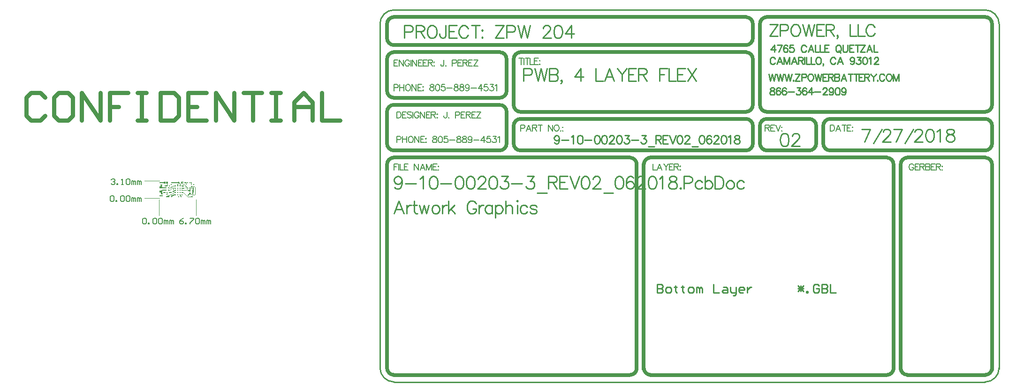
<source format=gbl>
G04*
G04 #@! TF.GenerationSoftware,Altium Limited,Altium Designer,18.1.7 (191)*
G04*
G04 Layer_Physical_Order=4*
G04 Layer_Color=16711680*
%FSLAX25Y25*%
%MOIN*%
G70*
G01*
G75*
%ADD10C,0.01000*%
%ADD11C,0.02500*%
%ADD12C,0.00201*%
%ADD13C,0.00900*%
%ADD14C,0.02953*%
%ADD15C,0.00500*%
%ADD16C,0.00600*%
%ADD20C,0.00787*%
%ADD25R,0.01181X0.00945*%
%ADD26R,0.00984X0.01181*%
%ADD47C,0.00984*%
%ADD48C,0.00787*%
%ADD49C,0.00492*%
%ADD51C,0.00394*%
%ADD52C,0.00689*%
%ADD53C,0.00591*%
%ADD55C,0.00984*%
%ADD56C,0.00906*%
%ADD57R,0.01968X0.01575*%
%ADD58C,0.00689*%
%ADD59C,0.01063*%
%ADD60R,0.01181X0.01181*%
%ADD61R,0.00945X0.01181*%
G36*
X193808Y310150D02*
X193801Y310204D01*
X193777Y310252D01*
X193738Y310295D01*
X193683Y310332D01*
X193612Y310363D01*
X193525Y310388D01*
X193423Y310408D01*
X193323Y310420D01*
X193025Y310403D01*
X192970Y310391D01*
X192930Y310378D01*
X192906Y310364D01*
X192899Y310347D01*
Y311268D01*
X192906Y311259D01*
X192930Y311251D01*
X192970Y311244D01*
X193025Y311238D01*
X193253Y311227D01*
X193683Y311252D01*
X193738Y311263D01*
X193777Y311276D01*
X193801Y311291D01*
X193808Y311308D01*
Y310150D01*
D02*
G37*
G36*
X196712Y310158D02*
X196678Y310146D01*
X196649Y310126D01*
X196623Y310098D01*
X196601Y310061D01*
X196584Y310016D01*
X196570Y309964D01*
X196560Y309903D01*
X196554Y309834D01*
X196552Y309757D01*
X196159D01*
X196157Y309834D01*
X196151Y309903D01*
X196141Y309964D01*
X196127Y310016D01*
X196109Y310061D01*
X196088Y310098D01*
X196062Y310126D01*
X196033Y310146D01*
X195999Y310158D01*
X195962Y310162D01*
X196749D01*
X196712Y310158D01*
D02*
G37*
G36*
X196554Y309389D02*
X196560Y309330D01*
X196570Y309272D01*
X196584Y309216D01*
X196601Y309162D01*
X196623Y309110D01*
X196649Y309060D01*
X196678Y309011D01*
X196712Y308965D01*
X196749Y308921D01*
X196561Y308921D01*
X196564Y308772D01*
X196147D01*
X196149Y308781D01*
X196151Y308800D01*
X196154Y308874D01*
X196155Y308921D01*
X196028Y308921D01*
Y308145D01*
X195992Y308169D01*
X195949Y308190D01*
X195898Y308208D01*
X195840Y308224D01*
X195773Y308238D01*
X195699Y308249D01*
X195583Y308259D01*
X195438Y308249D01*
X195363Y308238D01*
X195297Y308224D01*
X195238Y308208D01*
X195187Y308190D01*
X195144Y308169D01*
X195108Y308145D01*
Y308982D01*
X195144Y308959D01*
X195187Y308938D01*
X195238Y308919D01*
X195297Y308903D01*
X195363Y308890D01*
X195438Y308879D01*
X195553Y308869D01*
X195699Y308879D01*
X195773Y308890D01*
X195840Y308903D01*
X195898Y308919D01*
X195949Y308938D01*
X195992Y308959D01*
X195995Y308961D01*
X195999Y308965D01*
X196033Y309011D01*
X196062Y309060D01*
X196088Y309110D01*
X196109Y309162D01*
X196127Y309216D01*
X196141Y309272D01*
X196151Y309330D01*
X196157Y309389D01*
X196159Y309451D01*
X196552Y309451D01*
X196554Y309389D01*
D02*
G37*
G36*
X201988Y308085D02*
X201944Y308116D01*
X201898Y308144D01*
X201850Y308168D01*
X201800Y308190D01*
X201748Y308208D01*
X201694Y308222D01*
X201639Y308234D01*
X201581Y308242D01*
X201522Y308247D01*
X201460Y308249D01*
X201460Y308642D01*
X201522Y308644D01*
X201581Y308649D01*
X201639Y308657D01*
X201694Y308669D01*
X201748Y308683D01*
X201800Y308701D01*
X201850Y308723D01*
X201898Y308747D01*
X201944Y308775D01*
X201988Y308806D01*
X201988Y308085D01*
D02*
G37*
G36*
X192616Y308812D02*
X192899D01*
X192845Y308804D01*
X192797Y308780D01*
X192754Y308741D01*
X192717Y308686D01*
X192686Y308615D01*
X192661Y308528D01*
X192642Y308430D01*
X192646Y308362D01*
X192658Y308315D01*
X192671Y308282D01*
X192685Y308262D01*
X192702Y308255D01*
X192623D01*
X192618Y308174D01*
X192615Y308024D01*
X191828D01*
X191827Y308174D01*
X191822Y308255D01*
X191555D01*
X191607Y308262D01*
X191653Y308282D01*
X191694Y308315D01*
X191729Y308362D01*
X191760Y308422D01*
X191784Y308495D01*
X191803Y308581D01*
X191797Y308686D01*
X191786Y308741D01*
X191773Y308780D01*
X191758Y308804D01*
X191742Y308812D01*
X191825D01*
X191828Y308922D01*
X192615D01*
X192616Y308812D01*
D02*
G37*
G36*
X192699Y307800D02*
X192723Y307733D01*
X192763Y307674D01*
X192820Y307623D01*
X192892Y307579D01*
X192980Y307544D01*
X193083Y307516D01*
X193203Y307497D01*
X193338Y307485D01*
X193489Y307481D01*
Y306694D01*
X192702Y306704D01*
X192690Y307875D01*
X192699Y307800D01*
D02*
G37*
G36*
X195255Y307419D02*
X195195Y306610D01*
X195171Y306626D01*
X195134Y306640D01*
X195082Y306653D01*
X195017Y306664D01*
X194846Y306680D01*
X194620Y306690D01*
X194339Y306694D01*
X194580Y307481D01*
X195255Y307419D01*
D02*
G37*
G36*
X201617Y307285D02*
X201676Y307272D01*
X201733Y307262D01*
X201789Y307256D01*
X201845Y307254D01*
X201900Y307255D01*
X201954Y307260D01*
X202007Y307269D01*
X202060Y307281D01*
X202111Y307298D01*
X201891Y306610D01*
X201859Y306653D01*
X201823Y306694D01*
X201785Y306732D01*
X201744Y306768D01*
X201700Y306801D01*
X201654Y306831D01*
X201604Y306859D01*
X201552Y306884D01*
X201497Y306907D01*
X201439Y306927D01*
X201558Y307302D01*
X201617Y307285D01*
D02*
G37*
G36*
X197544Y307345D02*
X197591Y307312D01*
X197639Y307282D01*
X197689Y307257D01*
X197741Y307235D01*
X197795Y307217D01*
X197851Y307203D01*
X197909Y307193D01*
X197969Y307188D01*
X198030Y307186D01*
Y306792D01*
X197969Y306790D01*
X197909Y306784D01*
X197851Y306774D01*
X197795Y306761D01*
X197741Y306743D01*
X197689Y306721D01*
X197639Y306696D01*
X197591Y306666D01*
X197544Y306632D01*
X197500Y306595D01*
Y307382D01*
X197544Y307345D01*
D02*
G37*
G36*
Y305770D02*
X197591Y305737D01*
X197639Y305707D01*
X197689Y305682D01*
X197741Y305660D01*
X197795Y305642D01*
X197851Y305629D01*
X197909Y305619D01*
X197969Y305613D01*
X198030Y305611D01*
Y305217D01*
X197969Y305215D01*
X197909Y305209D01*
X197851Y305199D01*
X197795Y305186D01*
X197741Y305168D01*
X197689Y305146D01*
X197639Y305121D01*
X197591Y305091D01*
X197544Y305058D01*
X197500Y305020D01*
Y305808D01*
X197544Y305770D01*
D02*
G37*
G36*
X195224Y305009D02*
X195213Y305011D01*
X195187Y305013D01*
X194826Y305019D01*
X194424Y305020D01*
Y305808D01*
X195224Y305819D01*
Y305009D01*
D02*
G37*
G36*
X201249Y304589D02*
X201201Y304567D01*
X201117Y304522D01*
X201081Y304499D01*
X201049Y304475D01*
X201021Y304452D01*
X200997Y304427D01*
X200977Y304402D01*
X200961Y304377D01*
X200949Y304352D01*
X200675Y304984D01*
X200702Y304975D01*
X200731Y304970D01*
X200763Y304967D01*
X200797Y304968D01*
X200833Y304972D01*
X200872Y304979D01*
X200914Y304990D01*
X200958Y305004D01*
X201054Y305041D01*
X201249Y304589D01*
D02*
G37*
G36*
X202148Y304858D02*
X202111Y304865D01*
X202069Y304867D01*
X202022Y304865D01*
X201970Y304858D01*
X201913Y304847D01*
X201852Y304831D01*
X201715Y304786D01*
X201559Y304724D01*
X201364Y305175D01*
X201443Y305211D01*
X201643Y305315D01*
X201696Y305349D01*
X201743Y305383D01*
X201783Y305416D01*
X201817Y305449D01*
X201844Y305481D01*
X201864Y305513D01*
X202148Y304858D01*
D02*
G37*
G36*
X192717Y303934D02*
X192739Y303682D01*
X192759Y303579D01*
X192785Y303493D01*
X192816Y303422D01*
X192853Y303367D01*
X192895Y303327D01*
X192943Y303304D01*
X192997Y303296D01*
X192712D01*
X192714Y303052D01*
X191926D01*
X191923Y303186D01*
X191915Y303296D01*
X191840D01*
X191856Y303304D01*
X191871Y303327D01*
X191884Y303367D01*
X191895Y303422D01*
X191896Y303426D01*
X191877Y303506D01*
X191850Y303584D01*
X191816Y303648D01*
X191776Y303698D01*
X191730Y303734D01*
X191678Y303756D01*
X191620Y303764D01*
X191920Y303760D01*
X191926Y304083D01*
X192714D01*
X192717Y303934D01*
D02*
G37*
G36*
X198301Y304228D02*
X198352Y304198D01*
X198407Y304172D01*
X198466Y304149D01*
X198529Y304129D01*
X198594Y304114D01*
X198617Y304110D01*
X198619Y304110D01*
X198654Y304121D01*
X198686Y304134D01*
X198714Y304148D01*
X198739Y304165D01*
X198760Y304184D01*
Y304091D01*
X198893Y304085D01*
Y303593D01*
X198813Y303591D01*
X198760Y303586D01*
Y303495D01*
X198739Y303513D01*
X198714Y303530D01*
X198686Y303545D01*
X198654Y303558D01*
X198619Y303569D01*
X198617Y303569D01*
X198594Y303565D01*
X198529Y303549D01*
X198466Y303530D01*
X198407Y303507D01*
X198352Y303480D01*
X198301Y303450D01*
X198252Y303416D01*
Y304262D01*
X198301Y304228D01*
D02*
G37*
G36*
X194460Y303415D02*
X194446Y303421D01*
X194421Y303426D01*
X194384Y303431D01*
X194274Y303438D01*
X193797Y303446D01*
Y304233D01*
X194460Y304263D01*
Y303415D01*
D02*
G37*
G36*
X201988Y303360D02*
X201944Y303391D01*
X201898Y303419D01*
X201850Y303444D01*
X201800Y303465D01*
X201748Y303483D01*
X201694Y303498D01*
X201639Y303509D01*
X201581Y303518D01*
X201522Y303523D01*
X201460Y303524D01*
X201460Y303918D01*
X201522Y303920D01*
X201581Y303924D01*
X201639Y303933D01*
X201694Y303944D01*
X201748Y303959D01*
X201800Y303977D01*
X201850Y303998D01*
X201898Y304023D01*
X201944Y304051D01*
X201988Y304082D01*
X201988Y303360D01*
D02*
G37*
G36*
X196745Y303469D02*
X196715Y303417D01*
X196688Y303362D01*
X196665Y303303D01*
X196646Y303241D01*
X196630Y303175D01*
X196617Y303106D01*
X196616Y303097D01*
X196617Y303091D01*
X196626Y303052D01*
X196637Y303017D01*
X196650Y302985D01*
X196665Y302957D01*
X196681Y302932D01*
X196700Y302911D01*
X196603D01*
X196602Y302876D01*
X196109D01*
X196109Y302911D01*
X196011D01*
X196030Y302932D01*
X196046Y302957D01*
X196061Y302985D01*
X196074Y303017D01*
X196085Y303052D01*
X196094Y303091D01*
X196095Y303096D01*
X196093Y303106D01*
X196081Y303175D01*
X196065Y303241D01*
X196046Y303303D01*
X196023Y303362D01*
X195996Y303417D01*
X195966Y303469D01*
X195933Y303517D01*
X196778D01*
X196745Y303469D01*
D02*
G37*
G36*
X201983Y301789D02*
X201952Y301810D01*
X201914Y301829D01*
X201870Y301846D01*
X201820Y301860D01*
X201764Y301872D01*
X201701Y301883D01*
X201636Y301889D01*
X201611Y301885D01*
X201572Y301876D01*
X201537Y301865D01*
X201505Y301852D01*
X201477Y301837D01*
X201452Y301820D01*
X201431Y301802D01*
Y301899D01*
X201390Y301900D01*
Y302392D01*
X201431Y302393D01*
Y302491D01*
X201452Y302472D01*
X201477Y302455D01*
X201505Y302441D01*
X201537Y302428D01*
X201572Y302417D01*
X201611Y302408D01*
X201631Y302405D01*
X201701Y302410D01*
X201764Y302420D01*
X201820Y302432D01*
X201870Y302447D01*
X201914Y302463D01*
X201952Y302482D01*
X201983Y302503D01*
Y301789D01*
D02*
G37*
G36*
X198394Y301938D02*
X198302Y301844D01*
X198161Y301681D01*
X198111Y301613D01*
X198075Y301553D01*
X198053Y301501D01*
X198045Y301459D01*
X198051Y301424D01*
X198070Y301398D01*
X198103Y301381D01*
X197283Y301650D01*
X197324Y301641D01*
X197369Y301640D01*
X197417Y301648D01*
X197468Y301665D01*
X197522Y301690D01*
X197580Y301723D01*
X197640Y301764D01*
X197703Y301815D01*
X197770Y301873D01*
X197839Y301940D01*
X198394Y301938D01*
D02*
G37*
G36*
X201075Y301654D02*
X201060Y301652D01*
X201042Y301646D01*
X201021Y301636D01*
X200998Y301622D01*
X200972Y301604D01*
X200912Y301555D01*
X200841Y301489D01*
X200801Y301450D01*
X200384Y301868D01*
X200423Y301907D01*
X200537Y302039D01*
X200555Y302065D01*
X200570Y302088D01*
X200580Y302108D01*
X200586Y302126D01*
X200588Y302141D01*
X201075Y301654D01*
D02*
G37*
G36*
X191840Y300874D02*
X191835Y300905D01*
X191820Y300932D01*
X191795Y300956D01*
X191759Y300977D01*
X191714Y300994D01*
X191658Y301009D01*
X191593Y301020D01*
X191517Y301028D01*
X191336Y301034D01*
Y301723D01*
X191432Y301724D01*
X191820Y301747D01*
X191835Y301753D01*
X191840Y301760D01*
Y300874D01*
D02*
G37*
G36*
X197155Y300505D02*
X197147Y300502D01*
X197124Y300500D01*
X196958Y300496D01*
X196368Y300493D01*
Y301280D01*
X196517Y301284D01*
X196651Y301295D01*
X196769Y301314D01*
X196871Y301341D01*
X196958Y301376D01*
X197029Y301418D01*
X197084Y301467D01*
X197124Y301524D01*
X197147Y301589D01*
X197155Y301662D01*
Y300505D01*
D02*
G37*
G36*
X207576Y310729D02*
X207476Y310728D01*
X207241Y310708D01*
X207183Y310696D01*
X207136Y310682D01*
X207099Y310665D01*
X207073Y310646D01*
X207057Y310624D01*
X207052Y310599D01*
Y311504D01*
X207057Y311507D01*
X207073Y311509D01*
X207099Y311510D01*
X207476Y311516D01*
X207576Y311516D01*
Y310729D01*
D02*
G37*
G36*
X204143Y310347D02*
X204135Y310345D01*
X204112Y310343D01*
X203946Y310338D01*
X203356Y310335D01*
Y311123D01*
X203505Y311126D01*
X203639Y311138D01*
X203757Y311157D01*
X203860Y311184D01*
X203946Y311218D01*
X204017Y311260D01*
X204072Y311310D01*
X204112Y311367D01*
X204135Y311432D01*
X204143Y311504D01*
Y310347D01*
D02*
G37*
G36*
X207007Y310611D02*
X206988Y310585D01*
X206982Y310551D01*
X206990Y310508D01*
X207012Y310456D01*
X207048Y310397D01*
X207098Y310328D01*
X207162Y310251D01*
X207330Y310072D01*
X206776Y310069D01*
X206707Y310136D01*
X206577Y310245D01*
X206517Y310286D01*
X206459Y310320D01*
X206405Y310344D01*
X206354Y310361D01*
X206306Y310369D01*
X206261Y310368D01*
X206220Y310359D01*
X207040Y310629D01*
X207007Y310611D01*
D02*
G37*
G36*
X205087Y311026D02*
X205082Y310986D01*
X205088Y310940D01*
X205105Y310888D01*
X205135Y310829D01*
X205175Y310765D01*
X205227Y310694D01*
X205290Y310617D01*
X205451Y310446D01*
X205202Y309999D01*
X205105Y310093D01*
X204935Y310242D01*
X204862Y310296D01*
X204797Y310338D01*
X204739Y310366D01*
X204690Y310381D01*
X204648Y310383D01*
X204614Y310372D01*
X204587Y310347D01*
X205103Y311060D01*
X205087Y311026D01*
D02*
G37*
G36*
X207383Y308809D02*
X207428Y308784D01*
X207477Y308762D01*
X207521Y308747D01*
X207533Y308753D01*
X207558Y308770D01*
X207579Y308789D01*
Y308729D01*
X207587Y308727D01*
X207648Y308714D01*
X207713Y308703D01*
X207854Y308692D01*
X207930Y308690D01*
Y308198D01*
X207854Y308197D01*
X207713Y308185D01*
X207648Y308174D01*
X207587Y308161D01*
X207579Y308159D01*
Y308100D01*
X207558Y308118D01*
X207533Y308135D01*
X207521Y308142D01*
X207477Y308126D01*
X207428Y308104D01*
X207383Y308079D01*
X207343Y308051D01*
Y308131D01*
X207333Y308128D01*
X207296Y308109D01*
X207264Y308088D01*
X207264Y308196D01*
X207209Y308198D01*
Y308690D01*
X207262Y308691D01*
X207265Y308692D01*
X207265Y308802D01*
X207297Y308781D01*
X207335Y308762D01*
X207343Y308759D01*
Y308837D01*
X207383Y308809D01*
D02*
G37*
G36*
X205658Y309231D02*
X205675Y309007D01*
X205684Y308944D01*
X205697Y308888D01*
X205711Y308838D01*
X205728Y308794D01*
X205747Y308756D01*
X205768Y308724D01*
X205054Y308724D01*
X205075Y308755D01*
X205094Y308793D01*
X205111Y308837D01*
X205125Y308887D01*
X205137Y308943D01*
X205147Y309005D01*
X205160Y309149D01*
X205165Y309317D01*
X205657Y309318D01*
X205658Y309231D01*
D02*
G37*
G36*
X204034Y309186D02*
X204039Y309127D01*
X204043Y309098D01*
X204180D01*
X204152Y309068D01*
X204127Y309036D01*
X204105Y309002D01*
X204086Y308965D01*
X204078Y308947D01*
X204092Y308908D01*
X204113Y308858D01*
X204138Y308810D01*
X204166Y308764D01*
X204197Y308719D01*
X204033Y308719D01*
X204033Y308703D01*
X203639D01*
X203639Y308719D01*
X203475Y308719D01*
X203507Y308763D01*
X203534Y308809D01*
X203559Y308857D01*
X203580Y308907D01*
X203594Y308946D01*
X203586Y308965D01*
X203567Y309002D01*
X203544Y309036D01*
X203519Y309068D01*
X203491Y309098D01*
X203628D01*
X203632Y309126D01*
X203637Y309185D01*
X203639Y309246D01*
X204033Y309247D01*
X204034Y309186D01*
D02*
G37*
G36*
X207296Y307207D02*
X207334Y307188D01*
X207378Y307171D01*
X207428Y307157D01*
X207484Y307144D01*
X207546Y307135D01*
X207576Y307141D01*
X207611Y307152D01*
X207643Y307165D01*
X207671Y307180D01*
X207696Y307196D01*
X207717Y307215D01*
Y307120D01*
X207858Y307117D01*
Y306625D01*
X207771Y306624D01*
X207717Y306620D01*
Y306526D01*
X207696Y306545D01*
X207671Y306562D01*
X207643Y306576D01*
X207611Y306589D01*
X207576Y306600D01*
X207546Y306607D01*
X207484Y306597D01*
X207428Y306585D01*
X207378Y306570D01*
X207334Y306554D01*
X207296Y306535D01*
X207265Y306514D01*
Y307228D01*
X207296Y307207D01*
D02*
G37*
G36*
X207304Y305626D02*
X207350Y305598D01*
X207398Y305573D01*
X207448Y305552D01*
X207500Y305534D01*
X207554Y305519D01*
X207609Y305507D01*
X207667Y305499D01*
X207726Y305494D01*
X207788Y305493D01*
Y305099D01*
X207726Y305097D01*
X207667Y305093D01*
X207609Y305084D01*
X207554Y305073D01*
X207500Y305058D01*
X207448Y305040D01*
X207398Y305019D01*
X207350Y304994D01*
X207304Y304966D01*
X207260Y304935D01*
Y305657D01*
X207304Y305626D01*
D02*
G37*
G36*
Y304051D02*
X207350Y304023D01*
X207398Y303998D01*
X207448Y303977D01*
X207500Y303959D01*
X207554Y303944D01*
X207609Y303933D01*
X207667Y303924D01*
X207726Y303920D01*
X207788Y303918D01*
X207788Y303524D01*
X207726Y303523D01*
X207667Y303518D01*
X207609Y303509D01*
X207554Y303498D01*
X207500Y303483D01*
X207448Y303465D01*
X207398Y303444D01*
X207350Y303419D01*
X207304Y303391D01*
X207260Y303360D01*
X207260Y304082D01*
X207304Y304051D01*
D02*
G37*
G36*
X205859Y302051D02*
X205860Y301997D01*
X205865Y301944D01*
X205873Y301890D01*
X205885Y301837D01*
X205901Y301783D01*
X205921Y301730D01*
X205944Y301677D01*
X205972Y301624D01*
X205986Y301599D01*
X205997Y301583D01*
X206026Y301546D01*
X206055Y301512D01*
X206087Y301481D01*
X206120Y301453D01*
X206154Y301430D01*
X206189Y301409D01*
X206226Y301392D01*
X206264Y301378D01*
X206304Y301367D01*
X205720Y301002D01*
X205728Y301042D01*
X205732Y301083D01*
X205732Y301124D01*
X205730Y301165D01*
X205723Y301206D01*
X205713Y301247D01*
X205699Y301289D01*
X205682Y301331D01*
X205661Y301373D01*
X205651Y301390D01*
X205635Y301413D01*
X205599Y301461D01*
X205562Y301506D01*
X205523Y301547D01*
X205482Y301585D01*
X205439Y301619D01*
X205394Y301650D01*
X205348Y301678D01*
X205300Y301702D01*
X205250Y301723D01*
X205862Y302105D01*
X205859Y302051D01*
D02*
G37*
G36*
X215143Y305599D02*
X214269Y305587D01*
X214325Y305594D01*
X214375Y305612D01*
X214420Y305643D01*
X214458Y305685D01*
X214490Y305740D01*
X214517Y305806D01*
X214538Y305884D01*
X214552Y305974D01*
X214561Y306076D01*
X214564Y306189D01*
X215155D01*
X215143Y305599D01*
D02*
G37*
G36*
X212696Y305916D02*
X212702Y305848D01*
X212712Y305787D01*
X212726Y305735D01*
X212743Y305690D01*
X212765Y305654D01*
X212790Y305625D01*
X212820Y305604D01*
X212854Y305592D01*
X212891Y305587D01*
X212214Y305599D01*
X212230Y305603D01*
X212245Y305615D01*
X212258Y305634D01*
X212269Y305662D01*
X212279Y305697D01*
X212287Y305741D01*
X212293Y305792D01*
X212299Y305918D01*
X212300Y305993D01*
X212694D01*
X212696Y305916D01*
D02*
G37*
G36*
X212214Y304442D02*
X212206Y304477D01*
X212182Y304508D01*
X212143Y304536D01*
X212088Y304560D01*
X212017Y304580D01*
X211931Y304597D01*
X211828Y304610D01*
X211576Y304625D01*
X211427Y304627D01*
Y305414D01*
X211576Y305416D01*
X211931Y305444D01*
X212017Y305460D01*
X212088Y305481D01*
X212143Y305505D01*
X212182Y305532D01*
X212206Y305564D01*
X212214Y305599D01*
Y304442D01*
D02*
G37*
G36*
X215057Y304465D02*
X215058Y304442D01*
X215143D01*
X215126Y304434D01*
X215112Y304410D01*
X215099Y304371D01*
X215087Y304316D01*
X215078Y304245D01*
X215074Y304187D01*
X215087Y303953D01*
X215099Y303898D01*
X215112Y303859D01*
X215126Y303835D01*
X215143Y303827D01*
X215060D01*
X215056Y303654D01*
X214269D01*
X214268Y303804D01*
X214267Y303827D01*
X214182D01*
X214199Y303835D01*
X214213Y303859D01*
X214227Y303898D01*
X214238Y303953D01*
X214247Y304024D01*
X214251Y304083D01*
X214238Y304316D01*
X214227Y304371D01*
X214213Y304410D01*
X214199Y304434D01*
X214182Y304442D01*
X214265D01*
X214269Y304615D01*
X215056D01*
X215057Y304465D01*
D02*
G37*
G36*
X212908Y302960D02*
X213174Y303266D01*
X213154Y303234D01*
X213144Y303196D01*
X213145Y303153D01*
X213157Y303105D01*
X213179Y303052D01*
X213212Y302994D01*
X213256Y302931D01*
X213311Y302862D01*
X213376Y302788D01*
X213453Y302709D01*
X213213Y302392D01*
X213131Y302471D01*
X212984Y302596D01*
X212919Y302641D01*
X212860Y302675D01*
X212808Y302697D01*
X212767Y302706D01*
X212731Y302691D01*
X212614Y302623D01*
X212483Y302531D01*
X212340Y302415D01*
X212017Y302113D01*
X211657Y302867D01*
X211763Y302977D01*
X211941Y303187D01*
X212014Y303288D01*
X212075Y303385D01*
X212125Y303480D01*
X212164Y303571D01*
X212192Y303660D01*
X212208Y303745D01*
X212214Y303827D01*
X212908Y302960D01*
D02*
G37*
G36*
X213720Y300444D02*
X213690Y300472D01*
X213658Y300497D01*
X213624Y300519D01*
X213587Y300539D01*
X213549Y300555D01*
X213509Y300568D01*
X213466Y300579D01*
X213421Y300586D01*
X213374Y300590D01*
X213325Y300592D01*
X213326Y300986D01*
X213375Y300987D01*
X213422Y300992D01*
X213467Y300999D01*
X213509Y301009D01*
X213550Y301023D01*
X213588Y301039D01*
X213625Y301058D01*
X213659Y301080D01*
X213691Y301105D01*
X213721Y301133D01*
X213720Y300444D01*
D02*
G37*
G36*
X210725Y306313D02*
X210724Y306384D01*
X210706Y306613D01*
X210698Y306657D01*
X210688Y306695D01*
X210677Y306728D01*
X210664Y306756D01*
X210650Y306778D01*
X211194Y306777D01*
X211180Y306755D01*
X211167Y306728D01*
X211156Y306695D01*
X211146Y306656D01*
X211138Y306612D01*
X211126Y306509D01*
X211122Y306449D01*
X211119Y306312D01*
X210725Y306313D01*
D02*
G37*
G36*
X212300Y306312D02*
X212300Y306384D01*
X212282Y306613D01*
X212274Y306657D01*
X212264Y306695D01*
X212253Y306727D01*
X212241Y306754D01*
X212227Y306776D01*
X212768D01*
X212754Y306754D01*
X212741Y306727D01*
X212730Y306695D01*
X212721Y306657D01*
X212713Y306613D01*
X212701Y306509D01*
X212695Y306384D01*
X212694Y306312D01*
X212300D01*
D02*
G37*
G36*
X209402Y308787D02*
X209453Y308738D01*
X209628Y308588D01*
X209664Y308563D01*
X209698Y308543D01*
X209729Y308527D01*
X209757Y308517D01*
X209782Y308512D01*
X209399Y308129D01*
X209394Y308155D01*
X209384Y308182D01*
X209368Y308213D01*
X209348Y308247D01*
X209323Y308283D01*
X209258Y308365D01*
X209174Y308458D01*
X209124Y308509D01*
X209402Y308787D01*
D02*
G37*
G36*
X209643Y310631D02*
X209588Y310630D01*
X209414Y310618D01*
X209383Y310613D01*
X209356Y310606D01*
X209334Y310599D01*
X209317Y310591D01*
X209305Y310581D01*
Y311270D01*
X209317Y311261D01*
X209334Y311253D01*
X209356Y311245D01*
X209383Y311239D01*
X209414Y311233D01*
X209491Y311226D01*
X209588Y311222D01*
X209643Y311221D01*
Y310631D01*
D02*
G37*
G36*
X213886Y308448D02*
X213907Y308441D01*
X213935Y308436D01*
X213969Y308431D01*
X214057Y308423D01*
X214238Y308418D01*
X214312Y308418D01*
X214384Y308024D01*
X214316Y308023D01*
X214193Y308014D01*
X214138Y308006D01*
X214089Y307997D01*
X214043Y307984D01*
X214003Y307970D01*
X213967Y307954D01*
X213936Y307935D01*
X213910Y307915D01*
X213872Y308455D01*
X213886Y308448D01*
D02*
G37*
G36*
X214508Y306644D02*
X214487Y306663D01*
X214462Y306680D01*
X214434Y306695D01*
X214403Y306707D01*
X214367Y306718D01*
X214329Y306727D01*
X214286Y306734D01*
X214254Y306737D01*
X213900Y306725D01*
Y307253D01*
X213909Y307249D01*
X213927Y307246D01*
X213955Y307244D01*
X214094Y307238D01*
X214202Y307237D01*
X214286Y307244D01*
X214329Y307251D01*
X214367Y307259D01*
X214403Y307270D01*
X214434Y307283D01*
X214462Y307298D01*
X214487Y307315D01*
X214508Y307333D01*
Y306644D01*
D02*
G37*
G36*
X215195Y306625D02*
X215186Y306608D01*
X215179Y306587D01*
X215172Y306560D01*
X215167Y306529D01*
X215159Y306452D01*
X215155Y306355D01*
X215155Y306300D01*
X214564D01*
X214564Y306355D01*
X214552Y306529D01*
X214546Y306560D01*
X214540Y306587D01*
X214533Y306608D01*
X214524Y306625D01*
X214515Y306637D01*
X215204D01*
X215195Y306625D01*
D02*
G37*
D10*
X544476Y238554D02*
Y232555D01*
X547475D01*
X548475Y233555D01*
Y234555D01*
X547475Y235555D01*
X544476D01*
X547475D01*
X548475Y236554D01*
Y237554D01*
X547475Y238554D01*
X544476D01*
X551474Y232555D02*
X553473D01*
X554473Y233555D01*
Y235555D01*
X553473Y236554D01*
X551474D01*
X550474Y235555D01*
Y233555D01*
X551474Y232555D01*
X557472Y237554D02*
Y236554D01*
X556472D01*
X558472D01*
X557472D01*
Y233555D01*
X558472Y232555D01*
X562470Y237554D02*
Y236554D01*
X561471D01*
X563470D01*
X562470D01*
Y233555D01*
X563470Y232555D01*
X567469D02*
X569468D01*
X570468Y233555D01*
Y235555D01*
X569468Y236554D01*
X567469D01*
X566469Y235555D01*
Y233555D01*
X567469Y232555D01*
X572467D02*
Y236554D01*
X573467D01*
X574466Y235555D01*
Y232555D01*
Y235555D01*
X575466Y236554D01*
X576466Y235555D01*
Y232555D01*
X584463Y238554D02*
Y232555D01*
X588462D01*
X591461Y236554D02*
X593460D01*
X594460Y235555D01*
Y232555D01*
X591461D01*
X590461Y233555D01*
X591461Y234555D01*
X594460D01*
X596459Y236554D02*
Y233555D01*
X597459Y232555D01*
X600458D01*
Y231556D01*
X599458Y230556D01*
X598459D01*
X600458Y232555D02*
Y236554D01*
X605456Y232555D02*
X603457D01*
X602457Y233555D01*
Y235555D01*
X603457Y236554D01*
X605456D01*
X606456Y235555D01*
Y234555D01*
X602457D01*
X608455Y236554D02*
Y232555D01*
Y234555D01*
X609455Y235555D01*
X610455Y236554D01*
X611454D01*
X644444Y237554D02*
X648443Y233555D01*
X644444D02*
X648443Y237554D01*
X644444Y235555D02*
X648443D01*
X646443Y233555D02*
Y237554D01*
X650442Y232555D02*
Y233555D01*
X651441D01*
Y232555D01*
X650442D01*
X659439Y237554D02*
X658439Y238554D01*
X656440D01*
X655440Y237554D01*
Y233555D01*
X656440Y232555D01*
X658439D01*
X659439Y233555D01*
Y235555D01*
X657440D01*
X661438Y238554D02*
Y232555D01*
X664437D01*
X665437Y233555D01*
Y234555D01*
X664437Y235555D01*
X661438D01*
X664437D01*
X665437Y236554D01*
Y237554D01*
X664437Y238554D01*
X661438D01*
X667436D02*
Y232555D01*
X671435D01*
X787532Y423682D02*
G03*
X777532Y433682I-10000J0D01*
G01*
Y168921D02*
G03*
X787532Y178921I0J10000D01*
G01*
X347532Y179022D02*
G03*
X357455Y168923I10100J0D01*
G01*
X357532Y433682D02*
G03*
X347532Y423682I0J-10000D01*
G01*
X357532Y168922D02*
X777532D01*
X357532Y433682D02*
X777532D01*
X787532Y178236D02*
Y423682D01*
X347532Y178727D02*
Y423682D01*
D11*
X530032Y323682D02*
G03*
X525032Y328682I-5000J0D01*
G01*
X525148Y173921D02*
G03*
X530030Y178889I84J4800D01*
G01*
X540032Y328682D02*
G03*
X535032Y323682I0J-5000D01*
G01*
Y178921D02*
G03*
X539944Y173922I5000J0D01*
G01*
X712532Y323682D02*
G03*
X707532Y328682I-5000J0D01*
G01*
X707648Y173921D02*
G03*
X712530Y178889I84J4800D01*
G01*
X717532Y178822D02*
G03*
X722517Y173922I4900J0D01*
G01*
X722532Y328682D02*
G03*
X717532Y323682I0J-5000D01*
G01*
X437532Y398782D02*
G03*
X432632Y403682I-4900J0D01*
G01*
X432732Y371182D02*
G03*
X437532Y375982I0J4800D01*
G01*
Y361282D02*
G03*
X432461Y366179I-4900J0D01*
G01*
X442532Y366082D02*
G03*
X447432Y361182I4900J0D01*
G01*
X442532Y338582D02*
G03*
X447432Y333682I4900J0D01*
G01*
X432632D02*
G03*
X437532Y338582I0J4900D01*
G01*
X612532Y351282D02*
G03*
X607632Y356182I-4900J0D01*
G01*
Y333682D02*
G03*
X612531Y338668I0J4900D01*
G01*
X617532Y338782D02*
G03*
X622543Y333683I5100J0D01*
G01*
X622332Y356182D02*
G03*
X617538Y351131I0J-4800D01*
G01*
X447532Y356182D02*
G03*
X442532Y351182I0J-5000D01*
G01*
X447532Y403682D02*
G03*
X442532Y398682I0J-5000D01*
G01*
X352532Y338682D02*
G03*
X357444Y333683I5000J0D01*
G01*
X357532Y366182D02*
G03*
X352532Y361182I0J-5000D01*
G01*
Y376182D02*
G03*
X357532Y371182I5000J0D01*
G01*
Y403682D02*
G03*
X352532Y398682I0J-5000D01*
G01*
Y413682D02*
G03*
X357532Y408682I5000J0D01*
G01*
Y428682D02*
G03*
X352532Y423682I0J-5000D01*
G01*
X612532D02*
G03*
X607532Y428682I-5000J0D01*
G01*
X622532D02*
G03*
X617532Y423682I0J-5000D01*
G01*
X607532Y408682D02*
G03*
X612532Y413682I0J5000D01*
G01*
Y398682D02*
G03*
X607532Y403682I-5000J0D01*
G01*
X357532Y328682D02*
G03*
X352532Y323682I0J-5000D01*
G01*
X607619Y361182D02*
G03*
X612533Y366182I-87J5000D01*
G01*
X352532Y178921D02*
G03*
X357444Y173922I5000J0D01*
G01*
X657532Y351282D02*
G03*
X652632Y356182I-4900J0D01*
G01*
X652532Y333682D02*
G03*
X657532Y338682I0J5000D01*
G01*
X777532Y173922D02*
G03*
X782532Y178921I0J5000D01*
G01*
X782532Y323770D02*
G03*
X777532Y328683I-5000J-87D01*
G01*
Y333682D02*
G03*
X782532Y338682I0J5000D01*
G01*
Y423782D02*
G03*
X777461Y428679I-4900J0D01*
G01*
X617532Y366182D02*
G03*
X622532Y361182I5000J0D01*
G01*
X777532D02*
G03*
X782532Y366182I0J5000D01*
G01*
X667532Y356182D02*
G03*
X662532Y351182I0J-5000D01*
G01*
X782532Y351282D02*
G03*
X777632Y356182I-4900J0D01*
G01*
X662532Y338582D02*
G03*
X667517Y333683I4900J0D01*
G01*
X540032Y173922D02*
X707532D01*
X357532D02*
X525032D01*
X357532Y328682D02*
X525032D01*
X540032D02*
X707532D01*
X722532Y173922D02*
X777532D01*
X722532Y328682D02*
X777532D01*
X357532Y428682D02*
X607532D01*
X357532Y333682D02*
X432532D01*
X357532Y366182D02*
X432532D01*
X357532Y371182D02*
X432532D01*
X357532Y403682D02*
X432532D01*
X357532Y408682D02*
X607532D01*
X447532Y403682D02*
X607532D01*
X447532Y356182D02*
X607532D01*
X447532Y333682D02*
X607532D01*
X622532D02*
X652532D01*
X622532Y356182D02*
X652532D01*
X667532Y333682D02*
X777532D01*
X622532Y428682D02*
X777532D01*
X447532Y361182D02*
X607619D01*
X622532D02*
X777532D01*
X667532Y356182D02*
X777532D01*
X530029Y178972D02*
X530032Y323682D01*
X535032Y178236D02*
Y323682D01*
X712529Y178236D02*
X712532Y323682D01*
X717532Y177990D02*
Y323682D01*
X352532Y338682D02*
Y361182D01*
X437532Y338682D02*
Y361182D01*
X352532Y376182D02*
Y398682D01*
X437532Y376182D02*
Y398682D01*
X352532Y413682D02*
Y423682D01*
X612532Y413682D02*
Y423682D01*
Y366182D02*
Y398682D01*
X442532Y366182D02*
Y398682D01*
X612532Y338682D02*
Y351182D01*
X442532Y338682D02*
Y351182D01*
X617532Y338682D02*
Y351182D01*
X657532Y338682D02*
Y351182D01*
X782532Y177745D02*
Y323682D01*
Y338682D02*
Y351282D01*
X352395Y178727D02*
X352532Y323682D01*
X617532Y366182D02*
Y423682D01*
X782532Y366182D02*
Y423682D01*
X662532Y338682D02*
Y351182D01*
D12*
X190499Y287573D02*
Y298923D01*
X216875Y287573D02*
Y298924D01*
X180061Y299902D02*
X190926D01*
X180061Y312107D02*
X190926D01*
D13*
X627735Y408701D02*
X625355Y405368D01*
X628925D01*
X627735Y408701D02*
Y403702D01*
X633139Y408701D02*
X630758Y403702D01*
X629806Y408701D02*
X633139D01*
X637114Y407986D02*
X636876Y408463D01*
X636162Y408701D01*
X635686D01*
X634972Y408463D01*
X634495Y407748D01*
X634257Y406558D01*
Y405368D01*
X634495Y404416D01*
X634972Y403940D01*
X635686Y403702D01*
X635924D01*
X636638Y403940D01*
X637114Y404416D01*
X637352Y405130D01*
Y405368D01*
X637114Y406082D01*
X636638Y406558D01*
X635924Y406796D01*
X635686D01*
X634972Y406558D01*
X634495Y406082D01*
X634257Y405368D01*
X641304Y408701D02*
X638923D01*
X638685Y406558D01*
X638923Y406796D01*
X639637Y407034D01*
X640351D01*
X641066Y406796D01*
X641542Y406320D01*
X641780Y405606D01*
Y405130D01*
X641542Y404416D01*
X641066Y403940D01*
X640351Y403702D01*
X639637D01*
X638923Y403940D01*
X638685Y404178D01*
X638447Y404654D01*
X650397Y407510D02*
X650159Y407986D01*
X649683Y408463D01*
X649207Y408701D01*
X648254D01*
X647778Y408463D01*
X647302Y407986D01*
X647064Y407510D01*
X646826Y406796D01*
Y405606D01*
X647064Y404892D01*
X647302Y404416D01*
X647778Y403940D01*
X648254Y403702D01*
X649207D01*
X649683Y403940D01*
X650159Y404416D01*
X650397Y404892D01*
X655610Y403702D02*
X653706Y408701D01*
X651801Y403702D01*
X652515Y405368D02*
X654896D01*
X656776Y408701D02*
Y403702D01*
X659633D01*
X660181Y408701D02*
Y403702D01*
X663037D01*
X666679Y408701D02*
X663585D01*
Y403702D01*
X666679D01*
X663585Y406320D02*
X665489D01*
X672868Y408701D02*
X672392Y408463D01*
X671916Y407986D01*
X671678Y407510D01*
X671440Y406796D01*
Y405606D01*
X671678Y404892D01*
X671916Y404416D01*
X672392Y403940D01*
X672868Y403702D01*
X673820D01*
X674297Y403940D01*
X674773Y404416D01*
X675011Y404892D01*
X675249Y405606D01*
Y406796D01*
X675011Y407510D01*
X674773Y407986D01*
X674297Y408463D01*
X673820Y408701D01*
X672868D01*
X673582Y404654D02*
X675011Y403226D01*
X676415Y408701D02*
Y405130D01*
X676653Y404416D01*
X677129Y403940D01*
X677843Y403702D01*
X678319D01*
X679034Y403940D01*
X679510Y404416D01*
X679748Y405130D01*
Y408701D01*
X684223D02*
X681128D01*
Y403702D01*
X684223D01*
X681128Y406320D02*
X683033D01*
X686722Y408701D02*
Y403702D01*
X685056Y408701D02*
X688389D01*
X692316D02*
X688984Y403702D01*
Y408701D02*
X692316D01*
X688984Y403702D02*
X692316D01*
X697244D02*
X695340Y408701D01*
X693435Y403702D01*
X694149Y405368D02*
X696530D01*
X698410Y408701D02*
Y403702D01*
X701267D01*
X628294Y398876D02*
X628056Y399352D01*
X627580Y399828D01*
X627104Y400066D01*
X626152D01*
X625676Y399828D01*
X625200Y399352D01*
X624962Y398876D01*
X624724Y398161D01*
Y396971D01*
X624962Y396257D01*
X625200Y395781D01*
X625676Y395305D01*
X626152Y395067D01*
X627104D01*
X627580Y395305D01*
X628056Y395781D01*
X628294Y396257D01*
X633508Y395067D02*
X631603Y400066D01*
X629699Y395067D01*
X630413Y396733D02*
X632794D01*
X634674Y400066D02*
Y395067D01*
Y400066D02*
X636578Y395067D01*
X638483Y400066D02*
X636578Y395067D01*
X638483Y400066D02*
Y395067D01*
X643720D02*
X641815Y400066D01*
X639911Y395067D01*
X640625Y396733D02*
X643006D01*
X644886Y400066D02*
Y395067D01*
Y400066D02*
X647028D01*
X647743Y399828D01*
X647981Y399590D01*
X648219Y399114D01*
Y398638D01*
X647981Y398161D01*
X647743Y397923D01*
X647028Y397685D01*
X644886D01*
X646552D02*
X648219Y395067D01*
X649338Y400066D02*
Y395067D01*
X650385Y400066D02*
Y395067D01*
X653241D01*
X653789Y400066D02*
Y395067D01*
X656645D01*
X658621Y400066D02*
X658145Y399828D01*
X657669Y399352D01*
X657431Y398876D01*
X657193Y398161D01*
Y396971D01*
X657431Y396257D01*
X657669Y395781D01*
X658145Y395305D01*
X658621Y395067D01*
X659573D01*
X660049Y395305D01*
X660526Y395781D01*
X660764Y396257D01*
X661002Y396971D01*
Y398161D01*
X660764Y398876D01*
X660526Y399352D01*
X660049Y399828D01*
X659573Y400066D01*
X658621D01*
X662644Y395305D02*
X662406Y395067D01*
X662168Y395305D01*
X662406Y395543D01*
X662644Y395305D01*
Y394829D01*
X662406Y394353D01*
X662168Y394115D01*
X671238Y398876D02*
X671000Y399352D01*
X670524Y399828D01*
X670047Y400066D01*
X669095D01*
X668619Y399828D01*
X668143Y399352D01*
X667905Y398876D01*
X667667Y398161D01*
Y396971D01*
X667905Y396257D01*
X668143Y395781D01*
X668619Y395305D01*
X669095Y395067D01*
X670047D01*
X670524Y395305D01*
X671000Y395781D01*
X671238Y396257D01*
X676451Y395067D02*
X674546Y400066D01*
X672642Y395067D01*
X673356Y396733D02*
X675737D01*
X684640Y398399D02*
X684401Y397685D01*
X683925Y397209D01*
X683211Y396971D01*
X682973D01*
X682259Y397209D01*
X681783Y397685D01*
X681545Y398399D01*
Y398638D01*
X681783Y399352D01*
X682259Y399828D01*
X682973Y400066D01*
X683211D01*
X683925Y399828D01*
X684401Y399352D01*
X684640Y398399D01*
Y397209D01*
X684401Y396019D01*
X683925Y395305D01*
X683211Y395067D01*
X682735D01*
X682021Y395305D01*
X681783Y395781D01*
X686472Y400066D02*
X689091D01*
X687663Y398161D01*
X688377D01*
X688853Y397923D01*
X689091Y397685D01*
X689329Y396971D01*
Y396495D01*
X689091Y395781D01*
X688615Y395305D01*
X687901Y395067D01*
X687187D01*
X686472Y395305D01*
X686234Y395543D01*
X685996Y396019D01*
X691876Y400066D02*
X691162Y399828D01*
X690686Y399114D01*
X690448Y397923D01*
Y397209D01*
X690686Y396019D01*
X691162Y395305D01*
X691876Y395067D01*
X692352D01*
X693066Y395305D01*
X693542Y396019D01*
X693780Y397209D01*
Y397923D01*
X693542Y399114D01*
X693066Y399828D01*
X692352Y400066D01*
X691876D01*
X694899Y399114D02*
X695375Y399352D01*
X696089Y400066D01*
Y395067D01*
X698803Y398876D02*
Y399114D01*
X699041Y399590D01*
X699279Y399828D01*
X699755Y400066D01*
X700707D01*
X701184Y399828D01*
X701422Y399590D01*
X701660Y399114D01*
Y398638D01*
X701422Y398161D01*
X700946Y397447D01*
X698565Y395067D01*
X701898D01*
X365032Y417967D02*
X368888D01*
X370173Y418396D01*
X370602Y418824D01*
X371030Y419681D01*
Y420966D01*
X370602Y421824D01*
X370173Y422252D01*
X368888Y422680D01*
X365032D01*
Y413682D01*
X373044Y422680D02*
Y413682D01*
Y422680D02*
X376901D01*
X378186Y422252D01*
X378614Y421824D01*
X379043Y420966D01*
Y420110D01*
X378614Y419253D01*
X378186Y418824D01*
X376901Y418396D01*
X373044D01*
X376044D02*
X379043Y413682D01*
X383628Y422680D02*
X382771Y422252D01*
X381914Y421395D01*
X381485Y420538D01*
X381057Y419253D01*
Y417110D01*
X381485Y415825D01*
X381914Y414968D01*
X382771Y414111D01*
X383628Y413682D01*
X385342D01*
X386198Y414111D01*
X387055Y414968D01*
X387484Y415825D01*
X387912Y417110D01*
Y419253D01*
X387484Y420538D01*
X387055Y421395D01*
X386198Y422252D01*
X385342Y422680D01*
X383628D01*
X394297D02*
Y415825D01*
X393868Y414539D01*
X393440Y414111D01*
X392583Y413682D01*
X391726D01*
X390869Y414111D01*
X390441Y414539D01*
X390012Y415825D01*
Y416682D01*
X402181Y422680D02*
X396611D01*
Y413682D01*
X402181D01*
X396611Y418396D02*
X400038D01*
X410108Y420538D02*
X409679Y421395D01*
X408822Y422252D01*
X407965Y422680D01*
X406251D01*
X405394Y422252D01*
X404537Y421395D01*
X404109Y420538D01*
X403681Y419253D01*
Y417110D01*
X404109Y415825D01*
X404537Y414968D01*
X405394Y414111D01*
X406251Y413682D01*
X407965D01*
X408822Y414111D01*
X409679Y414968D01*
X410108Y415825D01*
X415635Y422680D02*
Y413682D01*
X412636Y422680D02*
X418634D01*
X420134Y419681D02*
X419706Y419253D01*
X420134Y418824D01*
X420563Y419253D01*
X420134Y419681D01*
Y414539D02*
X419706Y414111D01*
X420134Y413682D01*
X420563Y414111D01*
X420134Y414539D01*
X435602Y422680D02*
X429603Y413682D01*
Y422680D02*
X435602D01*
X429603Y413682D02*
X435602D01*
X437616Y417967D02*
X441472D01*
X442758Y418396D01*
X443186Y418824D01*
X443615Y419681D01*
Y420966D01*
X443186Y421824D01*
X442758Y422252D01*
X441472Y422680D01*
X437616D01*
Y413682D01*
X445629Y422680D02*
X447771Y413682D01*
X449913Y422680D02*
X447771Y413682D01*
X449913Y422680D02*
X452056Y413682D01*
X454198Y422680D02*
X452056Y413682D01*
X463496Y420538D02*
Y420966D01*
X463925Y421824D01*
X464353Y422252D01*
X465210Y422680D01*
X466924D01*
X467781Y422252D01*
X468210Y421824D01*
X468638Y420966D01*
Y420110D01*
X468210Y419253D01*
X467352Y417967D01*
X463068Y413682D01*
X469066D01*
X473651Y422680D02*
X472366Y422252D01*
X471509Y420966D01*
X471080Y418824D01*
Y417539D01*
X471509Y415396D01*
X472366Y414111D01*
X473651Y413682D01*
X474508D01*
X475794Y414111D01*
X476650Y415396D01*
X477079Y417539D01*
Y418824D01*
X476650Y420966D01*
X475794Y422252D01*
X474508Y422680D01*
X473651D01*
X483378D02*
X479093Y416682D01*
X485520D01*
X483378Y422680D02*
Y413682D01*
X623824Y388273D02*
X625014Y383274D01*
X626204Y388273D02*
X625014Y383274D01*
X626204Y388273D02*
X627394Y383274D01*
X628585Y388273D02*
X627394Y383274D01*
X629585Y388273D02*
X630775Y383274D01*
X631965Y388273D02*
X630775Y383274D01*
X631965Y388273D02*
X633155Y383274D01*
X634345Y388273D02*
X633155Y383274D01*
X635345Y388273D02*
X636535Y383274D01*
X637726Y388273D02*
X636535Y383274D01*
X637726Y388273D02*
X638916Y383274D01*
X640106Y388273D02*
X638916Y383274D01*
X641344Y383750D02*
X641106Y383512D01*
X641344Y383274D01*
X641582Y383512D01*
X641344Y383750D01*
X646009Y388273D02*
X642677Y383274D01*
Y388273D02*
X646009D01*
X642677Y383274D02*
X646009D01*
X647128Y385654D02*
X649271D01*
X649985Y385892D01*
X650223Y386130D01*
X650461Y386606D01*
Y387320D01*
X650223Y387797D01*
X649985Y388035D01*
X649271Y388273D01*
X647128D01*
Y383274D01*
X653008Y388273D02*
X652532Y388035D01*
X652056Y387559D01*
X651818Y387082D01*
X651580Y386368D01*
Y385178D01*
X651818Y384464D01*
X652056Y383988D01*
X652532Y383512D01*
X653008Y383274D01*
X653960D01*
X654436Y383512D01*
X654912Y383988D01*
X655150Y384464D01*
X655388Y385178D01*
Y386368D01*
X655150Y387082D01*
X654912Y387559D01*
X654436Y388035D01*
X653960Y388273D01*
X653008D01*
X656555D02*
X657745Y383274D01*
X658935Y388273D02*
X657745Y383274D01*
X658935Y388273D02*
X660125Y383274D01*
X661316Y388273D02*
X660125Y383274D01*
X665410Y388273D02*
X662316D01*
Y383274D01*
X665410D01*
X662316Y385892D02*
X664220D01*
X666243Y388273D02*
Y383274D01*
Y388273D02*
X668386D01*
X669100Y388035D01*
X669338Y387797D01*
X669576Y387320D01*
Y386844D01*
X669338Y386368D01*
X669100Y386130D01*
X668386Y385892D01*
X666243D01*
X667910D02*
X669576Y383274D01*
X670695Y388273D02*
Y383274D01*
Y388273D02*
X672837D01*
X673551Y388035D01*
X673789Y387797D01*
X674027Y387320D01*
Y386844D01*
X673789Y386368D01*
X673551Y386130D01*
X672837Y385892D01*
X670695D02*
X672837D01*
X673551Y385654D01*
X673789Y385416D01*
X674027Y384940D01*
Y384226D01*
X673789Y383750D01*
X673551Y383512D01*
X672837Y383274D01*
X670695D01*
X678955D02*
X677050Y388273D01*
X675146Y383274D01*
X675860Y384940D02*
X678241D01*
X681788Y388273D02*
Y383274D01*
X680121Y388273D02*
X683454D01*
X685715D02*
Y383274D01*
X684049Y388273D02*
X687382D01*
X691071D02*
X687977D01*
Y383274D01*
X691071D01*
X687977Y385892D02*
X689881D01*
X691904Y388273D02*
Y383274D01*
Y388273D02*
X694047D01*
X694761Y388035D01*
X694999Y387797D01*
X695237Y387320D01*
Y386844D01*
X694999Y386368D01*
X694761Y386130D01*
X694047Y385892D01*
X691904D01*
X693571D02*
X695237Y383274D01*
X696356Y388273D02*
X698260Y385892D01*
Y383274D01*
X700165Y388273D02*
X698260Y385892D01*
X701045Y383750D02*
X700807Y383512D01*
X701045Y383274D01*
X701283Y383512D01*
X701045Y383750D01*
X705949Y387082D02*
X705711Y387559D01*
X705235Y388035D01*
X704759Y388273D01*
X703807D01*
X703331Y388035D01*
X702854Y387559D01*
X702616Y387082D01*
X702378Y386368D01*
Y385178D01*
X702616Y384464D01*
X702854Y383988D01*
X703331Y383512D01*
X703807Y383274D01*
X704759D01*
X705235Y383512D01*
X705711Y383988D01*
X705949Y384464D01*
X708782Y388273D02*
X708306Y388035D01*
X707830Y387559D01*
X707592Y387082D01*
X707353Y386368D01*
Y385178D01*
X707592Y384464D01*
X707830Y383988D01*
X708306Y383512D01*
X708782Y383274D01*
X709734D01*
X710210Y383512D01*
X710686Y383988D01*
X710924Y384464D01*
X711162Y385178D01*
Y386368D01*
X710924Y387082D01*
X710686Y387559D01*
X710210Y388035D01*
X709734Y388273D01*
X708782D01*
X712329D02*
Y383274D01*
Y388273D02*
X714233Y383274D01*
X716137Y388273D02*
X714233Y383274D01*
X716137Y388273D02*
Y383274D01*
X474980Y342441D02*
X474699Y341597D01*
X474136Y341035D01*
X473293Y340754D01*
X473012D01*
X472168Y341035D01*
X471606Y341597D01*
X471325Y342441D01*
Y342722D01*
X471606Y343565D01*
X472168Y344128D01*
X473012Y344409D01*
X473293D01*
X474136Y344128D01*
X474699Y343565D01*
X474980Y342441D01*
Y341035D01*
X474699Y339629D01*
X474136Y338786D01*
X473293Y338505D01*
X472731D01*
X471887Y338786D01*
X471606Y339348D01*
X476583Y341035D02*
X481643D01*
X483387Y343284D02*
X483949Y343565D01*
X484792Y344409D01*
Y338505D01*
X489403Y344409D02*
X488560Y344128D01*
X487997Y343284D01*
X487716Y341879D01*
Y341035D01*
X487997Y339629D01*
X488560Y338786D01*
X489403Y338505D01*
X489965D01*
X490809Y338786D01*
X491371Y339629D01*
X491652Y341035D01*
Y341879D01*
X491371Y343284D01*
X490809Y344128D01*
X489965Y344409D01*
X489403D01*
X492974Y341035D02*
X498035D01*
X501465Y344409D02*
X500621Y344128D01*
X500059Y343284D01*
X499778Y341879D01*
Y341035D01*
X500059Y339629D01*
X500621Y338786D01*
X501465Y338505D01*
X502027D01*
X502871Y338786D01*
X503433Y339629D01*
X503714Y341035D01*
Y341879D01*
X503433Y343284D01*
X502871Y344128D01*
X502027Y344409D01*
X501465D01*
X506722D02*
X505879Y344128D01*
X505317Y343284D01*
X505035Y341879D01*
Y341035D01*
X505317Y339629D01*
X505879Y338786D01*
X506722Y338505D01*
X507285D01*
X508128Y338786D01*
X508690Y339629D01*
X508972Y341035D01*
Y341879D01*
X508690Y343284D01*
X508128Y344128D01*
X507285Y344409D01*
X506722D01*
X510574Y343003D02*
Y343284D01*
X510855Y343847D01*
X511136Y344128D01*
X511699Y344409D01*
X512823D01*
X513386Y344128D01*
X513667Y343847D01*
X513948Y343284D01*
Y342722D01*
X513667Y342160D01*
X513105Y341316D01*
X510293Y338505D01*
X514229D01*
X517238Y344409D02*
X516394Y344128D01*
X515832Y343284D01*
X515551Y341879D01*
Y341035D01*
X515832Y339629D01*
X516394Y338786D01*
X517238Y338505D01*
X517800D01*
X518643Y338786D01*
X519206Y339629D01*
X519487Y341035D01*
Y341879D01*
X519206Y343284D01*
X518643Y344128D01*
X517800Y344409D01*
X517238D01*
X521371D02*
X524463D01*
X522776Y342160D01*
X523620D01*
X524182Y341879D01*
X524463Y341597D01*
X524744Y340754D01*
Y340192D01*
X524463Y339348D01*
X523901Y338786D01*
X523057Y338505D01*
X522214D01*
X521371Y338786D01*
X521089Y339067D01*
X520808Y339629D01*
X526066Y341035D02*
X531127D01*
X533432Y344409D02*
X536525D01*
X534838Y342160D01*
X535681D01*
X536244Y341879D01*
X536525Y341597D01*
X536806Y340754D01*
Y340192D01*
X536525Y339348D01*
X535962Y338786D01*
X535119Y338505D01*
X534275D01*
X533432Y338786D01*
X533151Y339067D01*
X532870Y339629D01*
X538127Y336537D02*
X542626D01*
X543385Y344409D02*
Y338505D01*
Y344409D02*
X545915D01*
X546759Y344128D01*
X547040Y343847D01*
X547321Y343284D01*
Y342722D01*
X547040Y342160D01*
X546759Y341879D01*
X545915Y341597D01*
X543385D01*
X545353D02*
X547321Y338505D01*
X552297Y344409D02*
X548642D01*
Y338505D01*
X552297D01*
X548642Y341597D02*
X550892D01*
X553281Y344409D02*
X555531Y338505D01*
X557780Y344409D02*
X555531Y338505D01*
X560226Y344409D02*
X559383Y344128D01*
X558820Y343284D01*
X558539Y341879D01*
Y341035D01*
X558820Y339629D01*
X559383Y338786D01*
X560226Y338505D01*
X560788D01*
X561632Y338786D01*
X562194Y339629D01*
X562475Y341035D01*
Y341879D01*
X562194Y343284D01*
X561632Y344128D01*
X560788Y344409D01*
X560226D01*
X564078Y343003D02*
Y343284D01*
X564359Y343847D01*
X564640Y344128D01*
X565203Y344409D01*
X566327D01*
X566889Y344128D01*
X567171Y343847D01*
X567452Y343284D01*
Y342722D01*
X567171Y342160D01*
X566608Y341316D01*
X563797Y338505D01*
X567733D01*
X569054Y336537D02*
X573553D01*
X575999Y344409D02*
X575155Y344128D01*
X574593Y343284D01*
X574312Y341879D01*
Y341035D01*
X574593Y339629D01*
X575155Y338786D01*
X575999Y338505D01*
X576561D01*
X577405Y338786D01*
X577967Y339629D01*
X578248Y341035D01*
Y341879D01*
X577967Y343284D01*
X577405Y344128D01*
X576561Y344409D01*
X575999D01*
X582943Y343565D02*
X582662Y344128D01*
X581819Y344409D01*
X581256D01*
X580413Y344128D01*
X579851Y343284D01*
X579569Y341879D01*
Y340473D01*
X579851Y339348D01*
X580413Y338786D01*
X581256Y338505D01*
X581538D01*
X582381Y338786D01*
X582943Y339348D01*
X583224Y340192D01*
Y340473D01*
X582943Y341316D01*
X582381Y341879D01*
X581538Y342160D01*
X581256D01*
X580413Y341879D01*
X579851Y341316D01*
X579569Y340473D01*
X584799Y343003D02*
Y343284D01*
X585080Y343847D01*
X585361Y344128D01*
X585924Y344409D01*
X587048D01*
X587610Y344128D01*
X587892Y343847D01*
X588173Y343284D01*
Y342722D01*
X587892Y342160D01*
X587329Y341316D01*
X584518Y338505D01*
X588454D01*
X591462Y344409D02*
X590619Y344128D01*
X590057Y343284D01*
X589775Y341879D01*
Y341035D01*
X590057Y339629D01*
X590619Y338786D01*
X591462Y338505D01*
X592025D01*
X592868Y338786D01*
X593430Y339629D01*
X593712Y341035D01*
Y341879D01*
X593430Y343284D01*
X592868Y344128D01*
X592025Y344409D01*
X591462D01*
X595033Y343284D02*
X595595Y343565D01*
X596439Y344409D01*
Y338505D01*
X600769Y344409D02*
X599925Y344128D01*
X599644Y343565D01*
Y343003D01*
X599925Y342441D01*
X600487Y342160D01*
X601612Y341879D01*
X602456Y341597D01*
X603018Y341035D01*
X603299Y340473D01*
Y339629D01*
X603018Y339067D01*
X602737Y338786D01*
X601893Y338505D01*
X600769D01*
X599925Y338786D01*
X599644Y339067D01*
X599363Y339629D01*
Y340473D01*
X599644Y341035D01*
X600206Y341597D01*
X601050Y341879D01*
X602174Y342160D01*
X602737Y342441D01*
X603018Y343003D01*
Y343565D01*
X602737Y344128D01*
X601893Y344409D01*
X600769D01*
X449639Y387342D02*
X453495D01*
X454780Y387771D01*
X455209Y388199D01*
X455638Y389056D01*
Y390341D01*
X455209Y391198D01*
X454780Y391627D01*
X453495Y392055D01*
X449639D01*
Y383057D01*
X457651Y392055D02*
X459794Y383057D01*
X461936Y392055D02*
X459794Y383057D01*
X461936Y392055D02*
X464079Y383057D01*
X466221Y392055D02*
X464079Y383057D01*
X468020Y392055D02*
Y383057D01*
Y392055D02*
X471877D01*
X473162Y391627D01*
X473591Y391198D01*
X474019Y390341D01*
Y389484D01*
X473591Y388627D01*
X473162Y388199D01*
X471877Y387771D01*
X468020D02*
X471877D01*
X473162Y387342D01*
X473591Y386913D01*
X474019Y386057D01*
Y384771D01*
X473591Y383914D01*
X473162Y383486D01*
X471877Y383057D01*
X468020D01*
X476890Y383486D02*
X476462Y383057D01*
X476033Y383486D01*
X476462Y383914D01*
X476890Y383486D01*
Y382629D01*
X476462Y381772D01*
X476033Y381343D01*
X490216Y392055D02*
X485931Y386057D01*
X492358D01*
X490216Y392055D02*
Y383057D01*
X501014Y392055D02*
Y383057D01*
X506155D01*
X513996D02*
X510569Y392055D01*
X507141Y383057D01*
X508426Y386057D02*
X512711D01*
X516096Y392055D02*
X519524Y387771D01*
Y383057D01*
X522952Y392055D02*
X519524Y387771D01*
X529679Y392055D02*
X524109D01*
Y383057D01*
X529679D01*
X524109Y387771D02*
X527536D01*
X531178Y392055D02*
Y383057D01*
Y392055D02*
X535035D01*
X536320Y391627D01*
X536749Y391198D01*
X537177Y390341D01*
Y389484D01*
X536749Y388627D01*
X536320Y388199D01*
X535035Y387771D01*
X531178D01*
X534178D02*
X537177Y383057D01*
X546261Y392055D02*
Y383057D01*
Y392055D02*
X551831D01*
X546261Y387771D02*
X549689D01*
X552859Y392055D02*
Y383057D01*
X558001D01*
X564557Y392055D02*
X558987D01*
Y383057D01*
X564557D01*
X558987Y387771D02*
X562415D01*
X566057Y392055D02*
X572055Y383057D01*
Y392055D02*
X566057Y383057D01*
X363102Y312281D02*
X362673Y310996D01*
X361817Y310139D01*
X360531Y309710D01*
X360103D01*
X358817Y310139D01*
X357960Y310996D01*
X357532Y312281D01*
Y312710D01*
X357960Y313995D01*
X358817Y314852D01*
X360103Y315281D01*
X360531D01*
X361817Y314852D01*
X362673Y313995D01*
X363102Y312281D01*
Y310139D01*
X362673Y307996D01*
X361817Y306711D01*
X360531Y306282D01*
X359674D01*
X358389Y306711D01*
X357960Y307568D01*
X365544Y310139D02*
X373257D01*
X375913Y313567D02*
X376770Y313995D01*
X378056Y315281D01*
Y306282D01*
X385083Y315281D02*
X383798Y314852D01*
X382941Y313567D01*
X382512Y311424D01*
Y310139D01*
X382941Y307996D01*
X383798Y306711D01*
X385083Y306282D01*
X385940D01*
X387225Y306711D01*
X388082Y307996D01*
X388511Y310139D01*
Y311424D01*
X388082Y313567D01*
X387225Y314852D01*
X385940Y315281D01*
X385083D01*
X390525Y310139D02*
X398237D01*
X403465Y315281D02*
X402179Y314852D01*
X401322Y313567D01*
X400894Y311424D01*
Y310139D01*
X401322Y307996D01*
X402179Y306711D01*
X403465Y306282D01*
X404322D01*
X405607Y306711D01*
X406464Y307996D01*
X406892Y310139D01*
Y311424D01*
X406464Y313567D01*
X405607Y314852D01*
X404322Y315281D01*
X403465D01*
X411477D02*
X410192Y314852D01*
X409335Y313567D01*
X408906Y311424D01*
Y310139D01*
X409335Y307996D01*
X410192Y306711D01*
X411477Y306282D01*
X412334D01*
X413620Y306711D01*
X414477Y307996D01*
X414905Y310139D01*
Y311424D01*
X414477Y313567D01*
X413620Y314852D01*
X412334Y315281D01*
X411477D01*
X417347Y313138D02*
Y313567D01*
X417776Y314423D01*
X418204Y314852D01*
X419061Y315281D01*
X420775D01*
X421632Y314852D01*
X422061Y314423D01*
X422489Y313567D01*
Y312710D01*
X422061Y311853D01*
X421204Y310567D01*
X416919Y306282D01*
X422918D01*
X427502Y315281D02*
X426217Y314852D01*
X425360Y313567D01*
X424931Y311424D01*
Y310139D01*
X425360Y307996D01*
X426217Y306711D01*
X427502Y306282D01*
X428359D01*
X429645Y306711D01*
X430502Y307996D01*
X430930Y310139D01*
Y311424D01*
X430502Y313567D01*
X429645Y314852D01*
X428359Y315281D01*
X427502D01*
X433801D02*
X438514D01*
X435944Y311853D01*
X437229D01*
X438086Y311424D01*
X438514Y310996D01*
X438943Y309710D01*
Y308853D01*
X438514Y307568D01*
X437657Y306711D01*
X436372Y306282D01*
X435086D01*
X433801Y306711D01*
X433373Y307139D01*
X432944Y307996D01*
X440957Y310139D02*
X448669D01*
X452183Y315281D02*
X456896D01*
X454325Y311853D01*
X455611D01*
X456468Y311424D01*
X456896Y310996D01*
X457325Y309710D01*
Y308853D01*
X456896Y307568D01*
X456039Y306711D01*
X454754Y306282D01*
X453468D01*
X452183Y306711D01*
X451754Y307139D01*
X451326Y307996D01*
X459338Y303283D02*
X466194D01*
X467351Y315281D02*
Y306282D01*
Y315281D02*
X471207D01*
X472493Y314852D01*
X472921Y314423D01*
X473350Y313567D01*
Y312710D01*
X472921Y311853D01*
X472493Y311424D01*
X471207Y310996D01*
X467351D01*
X470350D02*
X473350Y306282D01*
X480934Y315281D02*
X475364D01*
Y306282D01*
X480934D01*
X475364Y310996D02*
X478791D01*
X482434Y315281D02*
X485861Y306282D01*
X489289Y315281D02*
X485861Y306282D01*
X493017Y315281D02*
X491732Y314852D01*
X490874Y313567D01*
X490446Y311424D01*
Y310139D01*
X490874Y307996D01*
X491732Y306711D01*
X493017Y306282D01*
X493874D01*
X495159Y306711D01*
X496016Y307996D01*
X496445Y310139D01*
Y311424D01*
X496016Y313567D01*
X495159Y314852D01*
X493874Y315281D01*
X493017D01*
X498887Y313138D02*
Y313567D01*
X499316Y314423D01*
X499744Y314852D01*
X500601Y315281D01*
X502315D01*
X503172Y314852D01*
X503600Y314423D01*
X504029Y313567D01*
Y312710D01*
X503600Y311853D01*
X502743Y310567D01*
X498459Y306282D01*
X504457D01*
X506471Y303283D02*
X513327D01*
X517055Y315281D02*
X515769Y314852D01*
X514912Y313567D01*
X514484Y311424D01*
Y310139D01*
X514912Y307996D01*
X515769Y306711D01*
X517055Y306282D01*
X517912D01*
X519197Y306711D01*
X520054Y307996D01*
X520482Y310139D01*
Y311424D01*
X520054Y313567D01*
X519197Y314852D01*
X517912Y315281D01*
X517055D01*
X527638Y313995D02*
X527210Y314852D01*
X525924Y315281D01*
X525067D01*
X523782Y314852D01*
X522925Y313567D01*
X522496Y311424D01*
Y309282D01*
X522925Y307568D01*
X523782Y306711D01*
X525067Y306282D01*
X525496D01*
X526781Y306711D01*
X527638Y307568D01*
X528067Y308853D01*
Y309282D01*
X527638Y310567D01*
X526781Y311424D01*
X525496Y311853D01*
X525067D01*
X523782Y311424D01*
X522925Y310567D01*
X522496Y309282D01*
X530466Y313138D02*
Y313567D01*
X530895Y314423D01*
X531323Y314852D01*
X532180Y315281D01*
X533894D01*
X534751Y314852D01*
X535179Y314423D01*
X535608Y313567D01*
Y312710D01*
X535179Y311853D01*
X534322Y310567D01*
X530038Y306282D01*
X536036D01*
X540621Y315281D02*
X539336Y314852D01*
X538479Y313567D01*
X538050Y311424D01*
Y310139D01*
X538479Y307996D01*
X539336Y306711D01*
X540621Y306282D01*
X541478D01*
X542763Y306711D01*
X543620Y307996D01*
X544049Y310139D01*
Y311424D01*
X543620Y313567D01*
X542763Y314852D01*
X541478Y315281D01*
X540621D01*
X546063Y313567D02*
X546920Y313995D01*
X548205Y315281D01*
Y306282D01*
X554804Y315281D02*
X553518Y314852D01*
X553090Y313995D01*
Y313138D01*
X553518Y312281D01*
X554375Y311853D01*
X556089Y311424D01*
X557375Y310996D01*
X558231Y310139D01*
X558660Y309282D01*
Y307996D01*
X558231Y307139D01*
X557803Y306711D01*
X556518Y306282D01*
X554804D01*
X553518Y306711D01*
X553090Y307139D01*
X552661Y307996D01*
Y309282D01*
X553090Y310139D01*
X553947Y310996D01*
X555232Y311424D01*
X556946Y311853D01*
X557803Y312281D01*
X558231Y313138D01*
Y313995D01*
X557803Y314852D01*
X556518Y315281D01*
X554804D01*
X561102Y307139D02*
X560674Y306711D01*
X561102Y306282D01*
X561531Y306711D01*
X561102Y307139D01*
X563502Y310567D02*
X567358D01*
X568644Y310996D01*
X569072Y311424D01*
X569501Y312281D01*
Y313567D01*
X569072Y314423D01*
X568644Y314852D01*
X567358Y315281D01*
X563502D01*
Y306282D01*
X576656Y310996D02*
X575799Y311853D01*
X574942Y312281D01*
X573657D01*
X572800Y311853D01*
X571943Y310996D01*
X571514Y309710D01*
Y308853D01*
X571943Y307568D01*
X572800Y306711D01*
X573657Y306282D01*
X574942D01*
X575799Y306711D01*
X576656Y307568D01*
X578584Y315281D02*
Y306282D01*
Y310996D02*
X579441Y311853D01*
X580298Y312281D01*
X581584D01*
X582441Y311853D01*
X583298Y310996D01*
X583726Y309710D01*
Y308853D01*
X583298Y307568D01*
X582441Y306711D01*
X581584Y306282D01*
X580298D01*
X579441Y306711D01*
X578584Y307568D01*
X585654Y315281D02*
Y306282D01*
Y315281D02*
X588654D01*
X589939Y314852D01*
X590796Y313995D01*
X591224Y313138D01*
X591653Y311853D01*
Y309710D01*
X591224Y308425D01*
X590796Y307568D01*
X589939Y306711D01*
X588654Y306282D01*
X585654D01*
X595809Y312281D02*
X594952Y311853D01*
X594095Y310996D01*
X593667Y309710D01*
Y308853D01*
X594095Y307568D01*
X594952Y306711D01*
X595809Y306282D01*
X597095D01*
X597952Y306711D01*
X598809Y307568D01*
X599237Y308853D01*
Y309710D01*
X598809Y310996D01*
X597952Y311853D01*
X597095Y312281D01*
X595809D01*
X606350Y310996D02*
X605493Y311853D01*
X604636Y312281D01*
X603350D01*
X602493Y311853D01*
X601637Y310996D01*
X601208Y309710D01*
Y308853D01*
X601637Y307568D01*
X602493Y306711D01*
X603350Y306282D01*
X604636D01*
X605493Y306711D01*
X606350Y307568D01*
X364387Y288782D02*
X360960Y297780D01*
X357532Y288782D01*
X358817Y291782D02*
X363102D01*
X366487Y294781D02*
Y288782D01*
Y292210D02*
X366915Y293496D01*
X367772Y294353D01*
X368629Y294781D01*
X369915D01*
X372014Y297780D02*
Y290496D01*
X372443Y289211D01*
X373300Y288782D01*
X374157D01*
X370729Y294781D02*
X373728D01*
X375442D02*
X377156Y288782D01*
X378870Y294781D02*
X377156Y288782D01*
X378870Y294781D02*
X380584Y288782D01*
X382298Y294781D02*
X380584Y288782D01*
X386540Y294781D02*
X385683Y294353D01*
X384826Y293496D01*
X384397Y292210D01*
Y291353D01*
X384826Y290068D01*
X385683Y289211D01*
X386540Y288782D01*
X387825D01*
X388682Y289211D01*
X389539Y290068D01*
X389968Y291353D01*
Y292210D01*
X389539Y293496D01*
X388682Y294353D01*
X387825Y294781D01*
X386540D01*
X391939D02*
Y288782D01*
Y292210D02*
X392367Y293496D01*
X393224Y294353D01*
X394081Y294781D01*
X395366D01*
X396181Y297780D02*
Y288782D01*
X400465Y294781D02*
X396181Y290496D01*
X397894Y292210D02*
X400894Y288782D01*
X415805Y295638D02*
X415376Y296495D01*
X414519Y297352D01*
X413662Y297780D01*
X411949D01*
X411092Y297352D01*
X410235Y296495D01*
X409806Y295638D01*
X409378Y294353D01*
Y292210D01*
X409806Y290925D01*
X410235Y290068D01*
X411092Y289211D01*
X411949Y288782D01*
X413662D01*
X414519Y289211D01*
X415376Y290068D01*
X415805Y290925D01*
Y292210D01*
X413662D02*
X415805D01*
X417862Y294781D02*
Y288782D01*
Y292210D02*
X418290Y293496D01*
X419147Y294353D01*
X420004Y294781D01*
X421289D01*
X427245D02*
Y288782D01*
Y293496D02*
X426388Y294353D01*
X425531Y294781D01*
X424246D01*
X423389Y294353D01*
X422532Y293496D01*
X422104Y292210D01*
Y291353D01*
X422532Y290068D01*
X423389Y289211D01*
X424246Y288782D01*
X425531D01*
X426388Y289211D01*
X427245Y290068D01*
X429645Y294781D02*
Y285783D01*
Y293496D02*
X430502Y294353D01*
X431359Y294781D01*
X432644D01*
X433501Y294353D01*
X434358Y293496D01*
X434787Y292210D01*
Y291353D01*
X434358Y290068D01*
X433501Y289211D01*
X432644Y288782D01*
X431359D01*
X430502Y289211D01*
X429645Y290068D01*
X436715Y297780D02*
Y288782D01*
Y293067D02*
X438000Y294353D01*
X438857Y294781D01*
X440142D01*
X441000Y294353D01*
X441428Y293067D01*
Y288782D01*
X444642Y297780D02*
X445070Y297352D01*
X445499Y297780D01*
X445070Y298209D01*
X444642Y297780D01*
X445070Y294781D02*
Y288782D01*
X452226Y293496D02*
X451369Y294353D01*
X450512Y294781D01*
X449226D01*
X448369Y294353D01*
X447512Y293496D01*
X447084Y292210D01*
Y291353D01*
X447512Y290068D01*
X448369Y289211D01*
X449226Y288782D01*
X450512D01*
X451369Y289211D01*
X452226Y290068D01*
X458867Y293496D02*
X458439Y294353D01*
X457153Y294781D01*
X455868D01*
X454582Y294353D01*
X454154Y293496D01*
X454582Y292639D01*
X455439Y292210D01*
X457582Y291782D01*
X458439Y291353D01*
X458867Y290496D01*
Y290068D01*
X458439Y289211D01*
X457153Y288782D01*
X455868D01*
X454582Y289211D01*
X454154Y290068D01*
X634578Y345791D02*
X633292Y345363D01*
X632436Y344077D01*
X632007Y341935D01*
Y340650D01*
X632436Y338507D01*
X633292Y337222D01*
X634578Y336793D01*
X635435D01*
X636720Y337222D01*
X637577Y338507D01*
X638006Y340650D01*
Y341935D01*
X637577Y344077D01*
X636720Y345363D01*
X635435Y345791D01*
X634578D01*
X640448Y343649D02*
Y344077D01*
X640876Y344934D01*
X641305Y345363D01*
X642162Y345791D01*
X643876D01*
X644733Y345363D01*
X645161Y344934D01*
X645590Y344077D01*
Y343220D01*
X645161Y342363D01*
X644304Y341078D01*
X640020Y336793D01*
X646018D01*
X630100Y423476D02*
X624435Y414977D01*
Y423476D02*
X630100D01*
X624435Y414977D02*
X630100D01*
X632002Y419024D02*
X635644D01*
X636858Y419429D01*
X637263Y419833D01*
X637668Y420643D01*
Y421857D01*
X637263Y422666D01*
X636858Y423071D01*
X635644Y423476D01*
X632002D01*
Y414977D01*
X641998Y423476D02*
X641188Y423071D01*
X640379Y422261D01*
X639974Y421452D01*
X639570Y420238D01*
Y418215D01*
X639974Y417001D01*
X640379Y416191D01*
X641188Y415382D01*
X641998Y414977D01*
X643616D01*
X644426Y415382D01*
X645235Y416191D01*
X645640Y417001D01*
X646044Y418215D01*
Y420238D01*
X645640Y421452D01*
X645235Y422261D01*
X644426Y423071D01*
X643616Y423476D01*
X641998D01*
X648027D02*
X650051Y414977D01*
X652074Y423476D02*
X650051Y414977D01*
X652074Y423476D02*
X654098Y414977D01*
X656121Y423476D02*
X654098Y414977D01*
X663081Y423476D02*
X657821D01*
Y414977D01*
X663081D01*
X657821Y419429D02*
X661058D01*
X664498Y423476D02*
Y414977D01*
Y423476D02*
X668140D01*
X669354Y423071D01*
X669758Y422666D01*
X670163Y421857D01*
Y421047D01*
X669758Y420238D01*
X669354Y419833D01*
X668140Y419429D01*
X664498D01*
X667330D02*
X670163Y414977D01*
X672874Y415382D02*
X672470Y414977D01*
X672065Y415382D01*
X672470Y415787D01*
X672874Y415382D01*
Y414573D01*
X672470Y413763D01*
X672065Y413359D01*
X681413Y423476D02*
Y414977D01*
X686269D01*
X687200Y423476D02*
Y414977D01*
X692056D01*
X699057Y421452D02*
X698652Y422261D01*
X697843Y423071D01*
X697034Y423476D01*
X695415D01*
X694605Y423071D01*
X693796Y422261D01*
X693392Y421452D01*
X692987Y420238D01*
Y418215D01*
X693392Y417001D01*
X693796Y416191D01*
X694605Y415382D01*
X695415Y414977D01*
X697034D01*
X697843Y415382D01*
X698652Y416191D01*
X699057Y417001D01*
X696030Y348931D02*
X691746Y339932D01*
X690032Y348931D02*
X696030D01*
X698044Y338647D02*
X704043Y348931D01*
X705071Y346788D02*
Y347217D01*
X705500Y348074D01*
X705928Y348502D01*
X706785Y348931D01*
X708499D01*
X709356Y348502D01*
X709785Y348074D01*
X710213Y347217D01*
Y346360D01*
X709785Y345503D01*
X708928Y344217D01*
X704643Y339932D01*
X710641D01*
X718654Y348931D02*
X714369Y339932D01*
X712655Y348931D02*
X718654D01*
X720668Y338647D02*
X726667Y348931D01*
X727695Y346788D02*
Y347217D01*
X728124Y348074D01*
X728552Y348502D01*
X729409Y348931D01*
X731123D01*
X731980Y348502D01*
X732408Y348074D01*
X732837Y347217D01*
Y346360D01*
X732408Y345503D01*
X731551Y344217D01*
X727267Y339932D01*
X733265D01*
X737850Y348931D02*
X736565Y348502D01*
X735708Y347217D01*
X735279Y345074D01*
Y343789D01*
X735708Y341646D01*
X736565Y340361D01*
X737850Y339932D01*
X738707D01*
X739992Y340361D01*
X740849Y341646D01*
X741278Y343789D01*
Y345074D01*
X740849Y347217D01*
X739992Y348502D01*
X738707Y348931D01*
X737850D01*
X743292Y347217D02*
X744149Y347645D01*
X745434Y348931D01*
Y339932D01*
X752033Y348931D02*
X750747Y348502D01*
X750319Y347645D01*
Y346788D01*
X750747Y345931D01*
X751604Y345503D01*
X753318Y345074D01*
X754604Y344646D01*
X755461Y343789D01*
X755889Y342932D01*
Y341646D01*
X755461Y340789D01*
X755032Y340361D01*
X753747Y339932D01*
X752033D01*
X750747Y340361D01*
X750319Y340789D01*
X749890Y341646D01*
Y342932D01*
X750319Y343789D01*
X751176Y344646D01*
X752461Y345074D01*
X754175Y345503D01*
X755032Y345931D01*
X755461Y346788D01*
Y347645D01*
X755032Y348502D01*
X753747Y348931D01*
X752033D01*
X625829Y378306D02*
X625115Y378068D01*
X624877Y377592D01*
Y377116D01*
X625115Y376640D01*
X625591Y376402D01*
X626543Y376164D01*
X627257Y375926D01*
X627733Y375450D01*
X627971Y374974D01*
Y374259D01*
X627733Y373783D01*
X627495Y373545D01*
X626781Y373307D01*
X625829D01*
X625115Y373545D01*
X624877Y373783D01*
X624639Y374259D01*
Y374974D01*
X624877Y375450D01*
X625353Y375926D01*
X626067Y376164D01*
X627019Y376402D01*
X627495Y376640D01*
X627733Y377116D01*
Y377592D01*
X627495Y378068D01*
X626781Y378306D01*
X625829D01*
X631947Y377592D02*
X631709Y378068D01*
X630995Y378306D01*
X630518D01*
X629804Y378068D01*
X629328Y377354D01*
X629090Y376164D01*
Y374974D01*
X629328Y374021D01*
X629804Y373545D01*
X630518Y373307D01*
X630757D01*
X631471Y373545D01*
X631947Y374021D01*
X632185Y374735D01*
Y374974D01*
X631947Y375688D01*
X631471Y376164D01*
X630757Y376402D01*
X630518D01*
X629804Y376164D01*
X629328Y375688D01*
X629090Y374974D01*
X636136Y377592D02*
X635898Y378068D01*
X635184Y378306D01*
X634708D01*
X633994Y378068D01*
X633518Y377354D01*
X633280Y376164D01*
Y374974D01*
X633518Y374021D01*
X633994Y373545D01*
X634708Y373307D01*
X634946D01*
X635660Y373545D01*
X636136Y374021D01*
X636374Y374735D01*
Y374974D01*
X636136Y375688D01*
X635660Y376164D01*
X634946Y376402D01*
X634708D01*
X633994Y376164D01*
X633518Y375688D01*
X633280Y374974D01*
X637469Y375450D02*
X641754D01*
X643706Y378306D02*
X646325D01*
X644896Y376402D01*
X645611D01*
X646087Y376164D01*
X646325Y375926D01*
X646563Y375212D01*
Y374735D01*
X646325Y374021D01*
X645849Y373545D01*
X645134Y373307D01*
X644420D01*
X643706Y373545D01*
X643468Y373783D01*
X643230Y374259D01*
X650538Y377592D02*
X650300Y378068D01*
X649586Y378306D01*
X649110D01*
X648396Y378068D01*
X647920Y377354D01*
X647681Y376164D01*
Y374974D01*
X647920Y374021D01*
X648396Y373545D01*
X649110Y373307D01*
X649348D01*
X650062Y373545D01*
X650538Y374021D01*
X650776Y374735D01*
Y374974D01*
X650538Y375688D01*
X650062Y376164D01*
X649348Y376402D01*
X649110D01*
X648396Y376164D01*
X647920Y375688D01*
X647681Y374974D01*
X654251Y378306D02*
X651871Y374974D01*
X655442D01*
X654251Y378306D02*
Y373307D01*
X656322Y375450D02*
X660607D01*
X662321Y377116D02*
Y377354D01*
X662559Y377830D01*
X662797Y378068D01*
X663273Y378306D01*
X664225D01*
X664702Y378068D01*
X664940Y377830D01*
X665178Y377354D01*
Y376878D01*
X664940Y376402D01*
X664464Y375688D01*
X662083Y373307D01*
X665416D01*
X669629Y376640D02*
X669391Y375926D01*
X668915Y375450D01*
X668201Y375212D01*
X667963D01*
X667249Y375450D01*
X666773Y375926D01*
X666535Y376640D01*
Y376878D01*
X666773Y377592D01*
X667249Y378068D01*
X667963Y378306D01*
X668201D01*
X668915Y378068D01*
X669391Y377592D01*
X669629Y376640D01*
Y375450D01*
X669391Y374259D01*
X668915Y373545D01*
X668201Y373307D01*
X667725D01*
X667011Y373545D01*
X666773Y374021D01*
X672414Y378306D02*
X671700Y378068D01*
X671224Y377354D01*
X670986Y376164D01*
Y375450D01*
X671224Y374259D01*
X671700Y373545D01*
X672414Y373307D01*
X672890D01*
X673604Y373545D01*
X674081Y374259D01*
X674319Y375450D01*
Y376164D01*
X674081Y377354D01*
X673604Y378068D01*
X672890Y378306D01*
X672414D01*
X678532Y376640D02*
X678294Y375926D01*
X677818Y375450D01*
X677104Y375212D01*
X676866D01*
X676152Y375450D01*
X675675Y375926D01*
X675437Y376640D01*
Y376878D01*
X675675Y377592D01*
X676152Y378068D01*
X676866Y378306D01*
X677104D01*
X677818Y378068D01*
X678294Y377592D01*
X678532Y376640D01*
Y375450D01*
X678294Y374259D01*
X677818Y373545D01*
X677104Y373307D01*
X676628D01*
X675913Y373545D01*
X675675Y374021D01*
D14*
X109463Y371406D02*
X106183Y374685D01*
X99624D01*
X96344Y371406D01*
Y358286D01*
X99624Y355007D01*
X106183D01*
X109463Y358286D01*
X125862Y374685D02*
X119302D01*
X116023Y371406D01*
Y358286D01*
X119302Y355007D01*
X125862D01*
X129142Y358286D01*
Y371406D01*
X125862Y374685D01*
X135701Y355007D02*
Y374685D01*
X148820Y355007D01*
Y374685D01*
X168499D02*
X155380D01*
Y364846D01*
X161940D01*
X155380D01*
Y355007D01*
X175059Y374685D02*
X181618D01*
X178339D01*
Y355007D01*
X175059D01*
X181618D01*
X191458Y374685D02*
Y355007D01*
X201297D01*
X204577Y358286D01*
Y371406D01*
X201297Y374685D01*
X191458D01*
X224255D02*
X211136D01*
Y355007D01*
X224255D01*
X211136Y364846D02*
X217696D01*
X230815Y355007D02*
Y374685D01*
X243934Y355007D01*
Y374685D01*
X250494D02*
X263613D01*
X257053D01*
Y355007D01*
X270172Y374685D02*
X276732D01*
X273452D01*
Y355007D01*
X270172D01*
X276732D01*
X286571D02*
Y368126D01*
X293131Y374685D01*
X299690Y368126D01*
Y355007D01*
Y364846D01*
X286571D01*
X306250Y374685D02*
Y355007D01*
X319369D01*
D15*
X359474Y341418D02*
X361402D01*
X362045Y341632D01*
X362259Y341846D01*
X362473Y342275D01*
Y342917D01*
X362259Y343346D01*
X362045Y343560D01*
X361402Y343774D01*
X359474D01*
Y339275D01*
X363480Y343774D02*
Y339275D01*
X366480Y343774D02*
Y339275D01*
X363480Y341632D02*
X366480D01*
X369008Y343774D02*
X368579Y343560D01*
X368151Y343132D01*
X367936Y342703D01*
X367722Y342060D01*
Y340989D01*
X367936Y340347D01*
X368151Y339918D01*
X368579Y339490D01*
X369008Y339275D01*
X369865D01*
X370293Y339490D01*
X370722Y339918D01*
X370936Y340347D01*
X371150Y340989D01*
Y342060D01*
X370936Y342703D01*
X370722Y343132D01*
X370293Y343560D01*
X369865Y343774D01*
X369008D01*
X372200D02*
Y339275D01*
Y343774D02*
X375199Y339275D01*
Y343774D02*
Y339275D01*
X379227Y343774D02*
X376442D01*
Y339275D01*
X379227D01*
X376442Y341632D02*
X378156D01*
X380191Y342275D02*
X379977Y342060D01*
X380191Y341846D01*
X380405Y342060D01*
X380191Y342275D01*
Y339704D02*
X379977Y339490D01*
X380191Y339275D01*
X380405Y339490D01*
X380191Y339704D01*
X385997Y343774D02*
X385354Y343560D01*
X385140Y343132D01*
Y342703D01*
X385354Y342275D01*
X385783Y342060D01*
X386640Y341846D01*
X387282Y341632D01*
X387711Y341203D01*
X387925Y340775D01*
Y340132D01*
X387711Y339704D01*
X387497Y339490D01*
X386854Y339275D01*
X385997D01*
X385354Y339490D01*
X385140Y339704D01*
X384926Y340132D01*
Y340775D01*
X385140Y341203D01*
X385568Y341632D01*
X386211Y341846D01*
X387068Y342060D01*
X387497Y342275D01*
X387711Y342703D01*
Y343132D01*
X387497Y343560D01*
X386854Y343774D01*
X385997D01*
X390217D02*
X389575Y343560D01*
X389146Y342917D01*
X388932Y341846D01*
Y341203D01*
X389146Y340132D01*
X389575Y339490D01*
X390217Y339275D01*
X390646D01*
X391289Y339490D01*
X391717Y340132D01*
X391931Y341203D01*
Y341846D01*
X391717Y342917D01*
X391289Y343560D01*
X390646Y343774D01*
X390217D01*
X395509D02*
X393367D01*
X393153Y341846D01*
X393367Y342060D01*
X394009Y342275D01*
X394652D01*
X395295Y342060D01*
X395724Y341632D01*
X395938Y340989D01*
Y340561D01*
X395724Y339918D01*
X395295Y339490D01*
X394652Y339275D01*
X394009D01*
X393367Y339490D01*
X393153Y339704D01*
X392938Y340132D01*
X396945Y341203D02*
X400801D01*
X403200Y343774D02*
X402558Y343560D01*
X402343Y343132D01*
Y342703D01*
X402558Y342275D01*
X402986Y342060D01*
X403843Y341846D01*
X404486Y341632D01*
X404914Y341203D01*
X405129Y340775D01*
Y340132D01*
X404914Y339704D01*
X404700Y339490D01*
X404057Y339275D01*
X403200D01*
X402558Y339490D01*
X402343Y339704D01*
X402129Y340132D01*
Y340775D01*
X402343Y341203D01*
X402772Y341632D01*
X403415Y341846D01*
X404272Y342060D01*
X404700Y342275D01*
X404914Y342703D01*
Y343132D01*
X404700Y343560D01*
X404057Y343774D01*
X403200D01*
X407207D02*
X406564Y343560D01*
X406350Y343132D01*
Y342703D01*
X406564Y342275D01*
X406992Y342060D01*
X407849Y341846D01*
X408492Y341632D01*
X408921Y341203D01*
X409135Y340775D01*
Y340132D01*
X408921Y339704D01*
X408706Y339490D01*
X408064Y339275D01*
X407207D01*
X406564Y339490D01*
X406350Y339704D01*
X406136Y340132D01*
Y340775D01*
X406350Y341203D01*
X406778Y341632D01*
X407421Y341846D01*
X408278Y342060D01*
X408706Y342275D01*
X408921Y342703D01*
Y343132D01*
X408706Y343560D01*
X408064Y343774D01*
X407207D01*
X412927Y342275D02*
X412713Y341632D01*
X412284Y341203D01*
X411641Y340989D01*
X411427D01*
X410784Y341203D01*
X410356Y341632D01*
X410142Y342275D01*
Y342489D01*
X410356Y343132D01*
X410784Y343560D01*
X411427Y343774D01*
X411641D01*
X412284Y343560D01*
X412713Y343132D01*
X412927Y342275D01*
Y341203D01*
X412713Y340132D01*
X412284Y339490D01*
X411641Y339275D01*
X411213D01*
X410570Y339490D01*
X410356Y339918D01*
X414148Y341203D02*
X418004D01*
X421475Y343774D02*
X419333Y340775D01*
X422546D01*
X421475Y343774D02*
Y339275D01*
X425910Y343774D02*
X423767D01*
X423553Y341846D01*
X423767Y342060D01*
X424410Y342275D01*
X425053D01*
X425696Y342060D01*
X426124Y341632D01*
X426338Y340989D01*
Y340561D01*
X426124Y339918D01*
X425696Y339490D01*
X425053Y339275D01*
X424410D01*
X423767Y339490D01*
X423553Y339704D01*
X423339Y340132D01*
X427774Y343774D02*
X430130D01*
X428845Y342060D01*
X429488D01*
X429916Y341846D01*
X430130Y341632D01*
X430345Y340989D01*
Y340561D01*
X430130Y339918D01*
X429702Y339490D01*
X429059Y339275D01*
X428416D01*
X427774Y339490D01*
X427560Y339704D01*
X427345Y340132D01*
X431352Y342917D02*
X431780Y343132D01*
X432423Y343774D01*
Y339275D01*
X359474Y361274D02*
Y356775D01*
Y361274D02*
X360974D01*
X361616Y361060D01*
X362045Y360632D01*
X362259Y360203D01*
X362473Y359560D01*
Y358489D01*
X362259Y357847D01*
X362045Y357418D01*
X361616Y356990D01*
X360974Y356775D01*
X359474D01*
X366266Y361274D02*
X363480D01*
Y356775D01*
X366266D01*
X363480Y359132D02*
X365194D01*
X370015Y360632D02*
X369586Y361060D01*
X368944Y361274D01*
X368087D01*
X367444Y361060D01*
X367015Y360632D01*
Y360203D01*
X367230Y359775D01*
X367444Y359560D01*
X367872Y359346D01*
X369158Y358918D01*
X369586Y358703D01*
X369800Y358489D01*
X370015Y358061D01*
Y357418D01*
X369586Y356990D01*
X368944Y356775D01*
X368087D01*
X367444Y356990D01*
X367015Y357418D01*
X371022Y361274D02*
Y356775D01*
X375178Y360203D02*
X374964Y360632D01*
X374535Y361060D01*
X374107Y361274D01*
X373250D01*
X372821Y361060D01*
X372393Y360632D01*
X372179Y360203D01*
X371964Y359560D01*
Y358489D01*
X372179Y357847D01*
X372393Y357418D01*
X372821Y356990D01*
X373250Y356775D01*
X374107D01*
X374535Y356990D01*
X374964Y357418D01*
X375178Y357847D01*
Y358489D01*
X374107D02*
X375178D01*
X376206Y361274D02*
Y356775D01*
Y361274D02*
X379206Y356775D01*
Y361274D02*
Y356775D01*
X383233Y361274D02*
X380448D01*
Y356775D01*
X383233D01*
X380448Y359132D02*
X382162D01*
X383983Y361274D02*
Y356775D01*
Y361274D02*
X385911D01*
X386554Y361060D01*
X386768Y360846D01*
X386982Y360418D01*
Y359989D01*
X386768Y359560D01*
X386554Y359346D01*
X385911Y359132D01*
X383983D01*
X385483D02*
X386982Y356775D01*
X388204Y359775D02*
X387989Y359560D01*
X388204Y359346D01*
X388418Y359560D01*
X388204Y359775D01*
Y357204D02*
X387989Y356990D01*
X388204Y356775D01*
X388418Y356990D01*
X388204Y357204D01*
X395081Y361274D02*
Y357847D01*
X394866Y357204D01*
X394652Y356990D01*
X394224Y356775D01*
X393795D01*
X393367Y356990D01*
X393153Y357204D01*
X392938Y357847D01*
Y358275D01*
X396452Y357204D02*
X396238Y356990D01*
X396452Y356775D01*
X396666Y356990D01*
X396452Y357204D01*
X401187Y358918D02*
X403115D01*
X403757Y359132D01*
X403972Y359346D01*
X404186Y359775D01*
Y360418D01*
X403972Y360846D01*
X403757Y361060D01*
X403115Y361274D01*
X401187D01*
Y356775D01*
X407978Y361274D02*
X405193D01*
Y356775D01*
X407978D01*
X405193Y359132D02*
X406907D01*
X408728Y361274D02*
Y356775D01*
Y361274D02*
X410656D01*
X411299Y361060D01*
X411513Y360846D01*
X411727Y360418D01*
Y359989D01*
X411513Y359560D01*
X411299Y359346D01*
X410656Y359132D01*
X408728D01*
X410227D02*
X411727Y356775D01*
X415519Y361274D02*
X412734D01*
Y356775D01*
X415519D01*
X412734Y359132D02*
X414448D01*
X419268Y361274D02*
X416269Y356775D01*
Y361274D02*
X419268D01*
X416269Y356775D02*
X419268D01*
X360317Y398181D02*
X357532D01*
Y393682D01*
X360317D01*
X357532Y396039D02*
X359245D01*
X361067Y398181D02*
Y393682D01*
Y398181D02*
X364066Y393682D01*
Y398181D02*
Y393682D01*
X368522Y397110D02*
X368308Y397539D01*
X367879Y397967D01*
X367451Y398181D01*
X366594D01*
X366165Y397967D01*
X365737Y397539D01*
X365523Y397110D01*
X365308Y396467D01*
Y395396D01*
X365523Y394754D01*
X365737Y394325D01*
X366165Y393897D01*
X366594Y393682D01*
X367451D01*
X367879Y393897D01*
X368308Y394325D01*
X368522Y394754D01*
Y395396D01*
X367451D02*
X368522D01*
X369550Y398181D02*
Y393682D01*
X370493Y398181D02*
Y393682D01*
Y398181D02*
X373493Y393682D01*
Y398181D02*
Y393682D01*
X377520Y398181D02*
X374735D01*
Y393682D01*
X377520D01*
X374735Y396039D02*
X376449D01*
X381055Y398181D02*
X378270D01*
Y393682D01*
X381055D01*
X378270Y396039D02*
X379984D01*
X381805Y398181D02*
Y393682D01*
Y398181D02*
X383733D01*
X384376Y397967D01*
X384590Y397753D01*
X384804Y397324D01*
Y396896D01*
X384590Y396467D01*
X384376Y396253D01*
X383733Y396039D01*
X381805D01*
X383305D02*
X384804Y393682D01*
X386026Y396682D02*
X385811Y396467D01*
X386026Y396253D01*
X386240Y396467D01*
X386026Y396682D01*
Y394111D02*
X385811Y393897D01*
X386026Y393682D01*
X386240Y393897D01*
X386026Y394111D01*
X392903Y398181D02*
Y394754D01*
X392688Y394111D01*
X392474Y393897D01*
X392046Y393682D01*
X391617D01*
X391189Y393897D01*
X390974Y394111D01*
X390760Y394754D01*
Y395182D01*
X394274Y394111D02*
X394059Y393897D01*
X394274Y393682D01*
X394488Y393897D01*
X394274Y394111D01*
X399008Y395825D02*
X400937D01*
X401579Y396039D01*
X401794Y396253D01*
X402008Y396682D01*
Y397324D01*
X401794Y397753D01*
X401579Y397967D01*
X400937Y398181D01*
X399008D01*
Y393682D01*
X405800Y398181D02*
X403015D01*
Y393682D01*
X405800D01*
X403015Y396039D02*
X404729D01*
X406550Y398181D02*
Y393682D01*
Y398181D02*
X408478D01*
X409121Y397967D01*
X409335Y397753D01*
X409549Y397324D01*
Y396896D01*
X409335Y396467D01*
X409121Y396253D01*
X408478Y396039D01*
X406550D01*
X408049D02*
X409549Y393682D01*
X413341Y398181D02*
X410556D01*
Y393682D01*
X413341D01*
X410556Y396039D02*
X412270D01*
X417090Y398181D02*
X414091Y393682D01*
Y398181D02*
X417090D01*
X414091Y393682D02*
X417090D01*
X726745Y323110D02*
X726531Y323539D01*
X726102Y323967D01*
X725674Y324181D01*
X724817D01*
X724389Y323967D01*
X723960Y323539D01*
X723746Y323110D01*
X723532Y322467D01*
Y321396D01*
X723746Y320754D01*
X723960Y320325D01*
X724389Y319897D01*
X724817Y319682D01*
X725674D01*
X726102Y319897D01*
X726531Y320325D01*
X726745Y320754D01*
Y321396D01*
X725674D02*
X726745D01*
X730559Y324181D02*
X727774D01*
Y319682D01*
X730559D01*
X727774Y322039D02*
X729488D01*
X731309Y324181D02*
Y319682D01*
Y324181D02*
X733237D01*
X733879Y323967D01*
X734094Y323753D01*
X734308Y323324D01*
Y322896D01*
X734094Y322467D01*
X733879Y322253D01*
X733237Y322039D01*
X731309D01*
X732808D02*
X734308Y319682D01*
X735315Y324181D02*
Y319682D01*
Y324181D02*
X737243D01*
X737886Y323967D01*
X738100Y323753D01*
X738314Y323324D01*
Y322896D01*
X738100Y322467D01*
X737886Y322253D01*
X737243Y322039D01*
X735315D02*
X737243D01*
X737886Y321825D01*
X738100Y321611D01*
X738314Y321182D01*
Y320539D01*
X738100Y320111D01*
X737886Y319897D01*
X737243Y319682D01*
X735315D01*
X742106Y324181D02*
X739321D01*
Y319682D01*
X742106D01*
X739321Y322039D02*
X741035D01*
X742856Y324181D02*
Y319682D01*
Y324181D02*
X744784D01*
X745427Y323967D01*
X745641Y323753D01*
X745856Y323324D01*
Y322896D01*
X745641Y322467D01*
X745427Y322253D01*
X744784Y322039D01*
X742856D01*
X744356D02*
X745856Y319682D01*
X747077Y322682D02*
X746862Y322467D01*
X747077Y322253D01*
X747291Y322467D01*
X747077Y322682D01*
Y320111D02*
X746862Y319897D01*
X747077Y319682D01*
X747291Y319897D01*
X747077Y320111D01*
X357532Y324181D02*
Y319682D01*
Y324181D02*
X360317D01*
X357532Y322039D02*
X359246D01*
X360831Y324181D02*
Y319682D01*
X361774Y324181D02*
Y319682D01*
X364345D01*
X367622Y324181D02*
X364837D01*
Y319682D01*
X367622D01*
X364837Y322039D02*
X366551D01*
X371907Y324181D02*
Y319682D01*
Y324181D02*
X374906Y319682D01*
Y324181D02*
Y319682D01*
X379577D02*
X377863Y324181D01*
X376149Y319682D01*
X376792Y321182D02*
X378934D01*
X380627Y324181D02*
Y319682D01*
Y324181D02*
X382341Y319682D01*
X384055Y324181D02*
X382341Y319682D01*
X384055Y324181D02*
Y319682D01*
X388125Y324181D02*
X385340D01*
Y319682D01*
X388125D01*
X385340Y322039D02*
X387054D01*
X389089Y322682D02*
X388875Y322467D01*
X389089Y322253D01*
X389303Y322467D01*
X389089Y322682D01*
Y320111D02*
X388875Y319897D01*
X389089Y319682D01*
X389303Y319897D01*
X389089Y320111D01*
X447781Y399431D02*
Y394932D01*
X446282Y399431D02*
X449281D01*
X449817D02*
Y394932D01*
X452259Y399431D02*
Y394932D01*
X450759Y399431D02*
X453759D01*
X454294D02*
Y394932D01*
X456865D01*
X460143Y399431D02*
X457358D01*
Y394932D01*
X460143D01*
X457358Y397289D02*
X459072D01*
X461107Y397932D02*
X460893Y397717D01*
X461107Y397503D01*
X461321Y397717D01*
X461107Y397932D01*
Y395361D02*
X460893Y395147D01*
X461107Y394932D01*
X461321Y395147D01*
X461107Y395361D01*
X447532Y349575D02*
X449460D01*
X450103Y349789D01*
X450317Y350003D01*
X450531Y350432D01*
Y351075D01*
X450317Y351503D01*
X450103Y351717D01*
X449460Y351931D01*
X447532D01*
Y347432D01*
X454966D02*
X453252Y351931D01*
X451538Y347432D01*
X452181Y348932D02*
X454323D01*
X456015Y351931D02*
Y347432D01*
Y351931D02*
X457944D01*
X458586Y351717D01*
X458801Y351503D01*
X459015Y351075D01*
Y350646D01*
X458801Y350218D01*
X458586Y350003D01*
X457944Y349789D01*
X456015D01*
X457515D02*
X459015Y347432D01*
X461521Y351931D02*
Y347432D01*
X460022Y351931D02*
X463021D01*
X467092D02*
Y347432D01*
Y351931D02*
X470091Y347432D01*
Y351931D02*
Y347432D01*
X472619Y351931D02*
X472191Y351717D01*
X471762Y351289D01*
X471548Y350860D01*
X471334Y350218D01*
Y349146D01*
X471548Y348504D01*
X471762Y348075D01*
X472191Y347647D01*
X472619Y347432D01*
X473476D01*
X473905Y347647D01*
X474333Y348075D01*
X474547Y348504D01*
X474761Y349146D01*
Y350218D01*
X474547Y350860D01*
X474333Y351289D01*
X473905Y351717D01*
X473476Y351931D01*
X472619D01*
X476026Y347861D02*
X475811Y347647D01*
X476026Y347432D01*
X476240Y347647D01*
X476026Y347861D01*
X477439Y350432D02*
X477225Y350218D01*
X477439Y350003D01*
X477654Y350218D01*
X477439Y350432D01*
Y347861D02*
X477225Y347647D01*
X477439Y347432D01*
X477654Y347647D01*
X477439Y347861D01*
X541532Y324181D02*
Y319682D01*
X544102D01*
X548023D02*
X546309Y324181D01*
X544595Y319682D01*
X545238Y321182D02*
X547380D01*
X549073Y324181D02*
X550787Y322039D01*
Y319682D01*
X552501Y324181D02*
X550787Y322039D01*
X555864Y324181D02*
X553079D01*
Y319682D01*
X555864D01*
X553079Y322039D02*
X554793D01*
X556614Y324181D02*
Y319682D01*
Y324181D02*
X558542D01*
X559185Y323967D01*
X559399Y323753D01*
X559614Y323324D01*
Y322896D01*
X559399Y322467D01*
X559185Y322253D01*
X558542Y322039D01*
X556614D01*
X558114D02*
X559614Y319682D01*
X560835Y322682D02*
X560620Y322467D01*
X560835Y322253D01*
X561049Y322467D01*
X560835Y322682D01*
Y320111D02*
X560620Y319897D01*
X560835Y319682D01*
X561049Y319897D01*
X560835Y320111D01*
X357532Y378325D02*
X359460D01*
X360103Y378539D01*
X360317Y378753D01*
X360531Y379182D01*
Y379824D01*
X360317Y380253D01*
X360103Y380467D01*
X359460Y380681D01*
X357532D01*
Y376182D01*
X361538Y380681D02*
Y376182D01*
X364537Y380681D02*
Y376182D01*
X361538Y378539D02*
X364537D01*
X367065Y380681D02*
X366637Y380467D01*
X366208Y380039D01*
X365994Y379610D01*
X365780Y378967D01*
Y377896D01*
X365994Y377254D01*
X366208Y376825D01*
X366637Y376397D01*
X367065Y376182D01*
X367922D01*
X368351Y376397D01*
X368779Y376825D01*
X368993Y377254D01*
X369208Y377896D01*
Y378967D01*
X368993Y379610D01*
X368779Y380039D01*
X368351Y380467D01*
X367922Y380681D01*
X367065D01*
X370257D02*
Y376182D01*
Y380681D02*
X373257Y376182D01*
Y380681D02*
Y376182D01*
X377285Y380681D02*
X374499D01*
Y376182D01*
X377285D01*
X374499Y378539D02*
X376213D01*
X378249Y379182D02*
X378034Y378967D01*
X378249Y378753D01*
X378463Y378967D01*
X378249Y379182D01*
Y376611D02*
X378034Y376397D01*
X378249Y376182D01*
X378463Y376397D01*
X378249Y376611D01*
X384054Y380681D02*
X383412Y380467D01*
X383197Y380039D01*
Y379610D01*
X383412Y379182D01*
X383840Y378967D01*
X384697Y378753D01*
X385340Y378539D01*
X385768Y378111D01*
X385983Y377682D01*
Y377039D01*
X385768Y376611D01*
X385554Y376397D01*
X384911Y376182D01*
X384054D01*
X383412Y376397D01*
X383197Y376611D01*
X382983Y377039D01*
Y377682D01*
X383197Y378111D01*
X383626Y378539D01*
X384269Y378753D01*
X385126Y378967D01*
X385554Y379182D01*
X385768Y379610D01*
Y380039D01*
X385554Y380467D01*
X384911Y380681D01*
X384054D01*
X388275D02*
X387632Y380467D01*
X387204Y379824D01*
X386990Y378753D01*
Y378111D01*
X387204Y377039D01*
X387632Y376397D01*
X388275Y376182D01*
X388703D01*
X389346Y376397D01*
X389775Y377039D01*
X389989Y378111D01*
Y378753D01*
X389775Y379824D01*
X389346Y380467D01*
X388703Y380681D01*
X388275D01*
X393567D02*
X391424D01*
X391210Y378753D01*
X391424Y378967D01*
X392067Y379182D01*
X392710D01*
X393353Y378967D01*
X393781Y378539D01*
X393995Y377896D01*
Y377468D01*
X393781Y376825D01*
X393353Y376397D01*
X392710Y376182D01*
X392067D01*
X391424Y376397D01*
X391210Y376611D01*
X390996Y377039D01*
X395002Y378111D02*
X398858D01*
X401258Y380681D02*
X400615Y380467D01*
X400401Y380039D01*
Y379610D01*
X400615Y379182D01*
X401044Y378967D01*
X401901Y378753D01*
X402543Y378539D01*
X402972Y378111D01*
X403186Y377682D01*
Y377039D01*
X402972Y376611D01*
X402758Y376397D01*
X402115Y376182D01*
X401258D01*
X400615Y376397D01*
X400401Y376611D01*
X400187Y377039D01*
Y377682D01*
X400401Y378111D01*
X400830Y378539D01*
X401472Y378753D01*
X402329Y378967D01*
X402758Y379182D01*
X402972Y379610D01*
Y380039D01*
X402758Y380467D01*
X402115Y380681D01*
X401258D01*
X405264D02*
X404622Y380467D01*
X404407Y380039D01*
Y379610D01*
X404622Y379182D01*
X405050Y378967D01*
X405907Y378753D01*
X406550Y378539D01*
X406978Y378111D01*
X407192Y377682D01*
Y377039D01*
X406978Y376611D01*
X406764Y376397D01*
X406121Y376182D01*
X405264D01*
X404622Y376397D01*
X404407Y376611D01*
X404193Y377039D01*
Y377682D01*
X404407Y378111D01*
X404836Y378539D01*
X405478Y378753D01*
X406335Y378967D01*
X406764Y379182D01*
X406978Y379610D01*
Y380039D01*
X406764Y380467D01*
X406121Y380681D01*
X405264D01*
X410984Y379182D02*
X410770Y378539D01*
X410342Y378111D01*
X409699Y377896D01*
X409485D01*
X408842Y378111D01*
X408414Y378539D01*
X408199Y379182D01*
Y379396D01*
X408414Y380039D01*
X408842Y380467D01*
X409485Y380681D01*
X409699D01*
X410342Y380467D01*
X410770Y380039D01*
X410984Y379182D01*
Y378111D01*
X410770Y377039D01*
X410342Y376397D01*
X409699Y376182D01*
X409270D01*
X408628Y376397D01*
X408414Y376825D01*
X412206Y378111D02*
X416062D01*
X419533Y380681D02*
X417390Y377682D01*
X420604D01*
X419533Y380681D02*
Y376182D01*
X423967Y380681D02*
X421825D01*
X421611Y378753D01*
X421825Y378967D01*
X422468Y379182D01*
X423110D01*
X423753Y378967D01*
X424182Y378539D01*
X424396Y377896D01*
Y377468D01*
X424182Y376825D01*
X423753Y376397D01*
X423110Y376182D01*
X422468D01*
X421825Y376397D01*
X421611Y376611D01*
X421396Y377039D01*
X425831Y380681D02*
X428188D01*
X426902Y378967D01*
X427545D01*
X427974Y378753D01*
X428188Y378539D01*
X428402Y377896D01*
Y377468D01*
X428188Y376825D01*
X427759Y376397D01*
X427117Y376182D01*
X426474D01*
X425831Y376397D01*
X425617Y376611D01*
X425403Y377039D01*
X429409Y379824D02*
X429838Y380039D01*
X430480Y380681D01*
Y376182D01*
X667532Y351931D02*
Y347432D01*
Y351931D02*
X669031D01*
X669674Y351717D01*
X670103Y351289D01*
X670317Y350860D01*
X670531Y350218D01*
Y349146D01*
X670317Y348504D01*
X670103Y348075D01*
X669674Y347647D01*
X669031Y347432D01*
X667532D01*
X674966D02*
X673252Y351931D01*
X671538Y347432D01*
X672181Y348932D02*
X674323D01*
X677515Y351931D02*
Y347432D01*
X676016Y351931D02*
X679015D01*
X682336D02*
X679551D01*
Y347432D01*
X682336D01*
X679551Y349789D02*
X681264D01*
X683300Y350432D02*
X683085Y350218D01*
X683300Y350003D01*
X683514Y350218D01*
X683300Y350432D01*
Y347861D02*
X683085Y347647D01*
X683300Y347432D01*
X683514Y347647D01*
X683300Y347861D01*
X621282Y351931D02*
Y347432D01*
Y351931D02*
X623210D01*
X623852Y351717D01*
X624067Y351503D01*
X624281Y351075D01*
Y350646D01*
X624067Y350218D01*
X623852Y350003D01*
X623210Y349789D01*
X621282D01*
X622781D02*
X624281Y347432D01*
X628073Y351931D02*
X625288D01*
Y347432D01*
X628073D01*
X625288Y349789D02*
X627002D01*
X628823Y351931D02*
X630537Y347432D01*
X632251Y351931D02*
X630537Y347432D01*
X633043Y350432D02*
X632829Y350218D01*
X633043Y350003D01*
X633258Y350218D01*
X633043Y350432D01*
Y347861D02*
X632829Y347647D01*
X633043Y347432D01*
X633258Y347647D01*
X633043Y347861D01*
D16*
X178902Y284707D02*
X179569Y285373D01*
X180902D01*
X181568Y284707D01*
Y282041D01*
X180902Y281375D01*
X179569D01*
X178902Y282041D01*
Y284707D01*
X182901Y281375D02*
Y282041D01*
X183568D01*
Y281375D01*
X182901D01*
X186233Y284707D02*
X186900Y285373D01*
X188233D01*
X188899Y284707D01*
Y282041D01*
X188233Y281375D01*
X186900D01*
X186233Y282041D01*
Y284707D01*
X190232D02*
X190899Y285373D01*
X192231D01*
X192898Y284707D01*
Y282041D01*
X192231Y281375D01*
X190899D01*
X190232Y282041D01*
Y284707D01*
X194231Y281375D02*
Y284040D01*
X194897D01*
X195564Y283374D01*
Y281375D01*
Y283374D01*
X196230Y284040D01*
X196897Y283374D01*
Y281375D01*
X198230D02*
Y284040D01*
X198896D01*
X199562Y283374D01*
Y281375D01*
Y283374D01*
X200229Y284040D01*
X200895Y283374D01*
Y281375D01*
X207944Y285373D02*
X206611Y284707D01*
X205278Y283374D01*
Y282041D01*
X205945Y281375D01*
X207278D01*
X207944Y282041D01*
Y282707D01*
X207278Y283374D01*
X205278D01*
X209277Y281375D02*
Y282041D01*
X209944D01*
Y281375D01*
X209277D01*
X212609Y285373D02*
X215275D01*
Y284707D01*
X212609Y282041D01*
Y281375D01*
X216608Y284707D02*
X217275Y285373D01*
X218607D01*
X219274Y284707D01*
Y282041D01*
X218607Y281375D01*
X217275D01*
X216608Y282041D01*
Y284707D01*
X220607Y281375D02*
Y284040D01*
X221273D01*
X221940Y283374D01*
Y281375D01*
Y283374D01*
X222606Y284040D01*
X223273Y283374D01*
Y281375D01*
X224606D02*
Y284040D01*
X225272D01*
X225939Y283374D01*
Y281375D01*
Y283374D01*
X226605Y284040D01*
X227271Y283374D01*
Y281375D01*
X155868Y300635D02*
X156535Y301302D01*
X157868D01*
X158534Y300635D01*
Y297969D01*
X157868Y297303D01*
X156535D01*
X155868Y297969D01*
Y300635D01*
X159867Y297303D02*
Y297969D01*
X160534D01*
Y297303D01*
X159867D01*
X163199Y300635D02*
X163866Y301302D01*
X165199D01*
X165865Y300635D01*
Y297969D01*
X165199Y297303D01*
X163866D01*
X163199Y297969D01*
Y300635D01*
X167198D02*
X167865Y301302D01*
X169197D01*
X169864Y300635D01*
Y297969D01*
X169197Y297303D01*
X167865D01*
X167198Y297969D01*
Y300635D01*
X171197Y297303D02*
Y299969D01*
X171863D01*
X172530Y299302D01*
Y297303D01*
Y299302D01*
X173196Y299969D01*
X173863Y299302D01*
Y297303D01*
X175196D02*
Y299969D01*
X175862D01*
X176528Y299302D01*
Y297303D01*
Y299302D01*
X177195Y299969D01*
X177861Y299302D01*
Y297303D01*
X156535Y312840D02*
X157201Y313506D01*
X158534D01*
X159201Y312840D01*
Y312173D01*
X158534Y311507D01*
X157868D01*
X158534D01*
X159201Y310841D01*
Y310174D01*
X158534Y309508D01*
X157201D01*
X156535Y310174D01*
X160534Y309508D02*
Y310174D01*
X161200D01*
Y309508D01*
X160534D01*
X163866D02*
X165199D01*
X164532D01*
Y313506D01*
X163866Y312840D01*
X167198D02*
X167865Y313506D01*
X169197D01*
X169864Y312840D01*
Y310174D01*
X169197Y309508D01*
X167865D01*
X167198Y310174D01*
Y312840D01*
X171197Y309508D02*
Y312173D01*
X171863D01*
X172530Y311507D01*
Y309508D01*
Y311507D01*
X173196Y312173D01*
X173863Y311507D01*
Y309508D01*
X175196D02*
Y312173D01*
X175862D01*
X176528Y311507D01*
Y309508D01*
Y311507D01*
X177195Y312173D01*
X177861Y311507D01*
Y309508D01*
D20*
X211119Y305020D02*
D03*
X211218Y301871D02*
D03*
D25*
X192419Y301300D02*
D03*
Y302835D02*
D03*
X192320Y310808D02*
D03*
Y309272D02*
D03*
D26*
X204623Y310926D02*
D03*
X214663Y305020D02*
D03*
X212694D02*
D03*
X214663Y303249D02*
D03*
X212694D02*
D03*
X197635Y301083D02*
D03*
X199603D02*
D03*
D47*
X207039Y308437D02*
X207046Y308444D01*
D48*
X206592Y311123D02*
X207576D01*
X192320Y310827D02*
X194387D01*
X192320Y303052D02*
Y304527D01*
X192222Y307087D02*
Y308922D01*
X191729Y307087D02*
X192222D01*
X199505Y310729D02*
X204649D01*
X195962Y300887D02*
X197635D01*
X211119Y305020D02*
X212694D01*
X211218Y301871D02*
X212596Y303249D01*
X214663Y303249D02*
Y304823D01*
X192222Y307087D02*
X195568D01*
X192812Y305414D02*
X195568D01*
X191926Y304528D02*
X192812Y305414D01*
X193797Y303839D02*
X194781D01*
X194889D01*
X207581Y311211D02*
Y311218D01*
D49*
X207046Y308444D02*
X207930D01*
X213678Y306989D02*
X214859D01*
X205411Y308446D02*
Y310138D01*
X200489Y304528D02*
X202261Y305296D01*
X196355Y302560D02*
Y303839D01*
X204623Y310926D02*
X205411Y310138D01*
X197930Y303839D02*
X199111D01*
X199308D01*
X201080Y302124D02*
Y302146D01*
X202261D01*
X206985Y306871D02*
X208068D01*
X208099D01*
D51*
X214682Y304975D02*
X214734Y305028D01*
X199074Y304032D02*
X199110Y304039D01*
X197935Y303815D02*
X198041Y303835D01*
X206173Y300871D02*
X206216Y300800D01*
X212470Y307015D02*
X212497Y306988D01*
Y306989D01*
Y305217D02*
Y306988D01*
X212500Y306984D01*
X206985Y303721D02*
X207891D01*
X210824Y300788D01*
X210922D02*
X211527D01*
X210922Y306280D02*
Y306989D01*
X206985Y305296D02*
X209938D01*
X207379Y309745D02*
X208167D01*
X206592Y310532D02*
X207379Y309745D01*
X208962Y310983D02*
X209052D01*
X208167Y309745D02*
X209741Y308170D01*
X198521Y302343D02*
X199702D01*
X200686Y303327D01*
X200883D02*
X201277Y303721D01*
X197537Y301359D02*
X198521Y302343D01*
X201277Y303721D02*
X202261D01*
X202249Y303709D02*
X202262Y303721D01*
X200076Y308446D02*
X202261D01*
X211528Y300789D02*
X213954D01*
X211527Y300788D02*
X211528Y300789D01*
X212912Y302972D02*
X213816Y302068D01*
X203836Y308509D02*
Y309449D01*
X201277Y307186D02*
X202262Y306871D01*
X197935Y303815D02*
X197935Y303815D01*
X197935Y303815D02*
X197935Y303815D01*
X197935Y303815D02*
X197935D01*
X197934Y303815D02*
X197935Y303815D01*
X197935Y303815D02*
X197935Y303815D01*
X202052Y302139D02*
X202136D01*
X205411Y308446D02*
X205412Y308446D01*
X196355Y308564D02*
X196355Y308564D01*
X209938Y305296D02*
X210922Y306280D01*
X198619Y306989D02*
X200076Y308446D01*
X213816Y302068D02*
X215718D01*
X216237Y302587D01*
Y307605D01*
X215622Y308221D02*
X216237Y307605D01*
X213700Y308221D02*
X215622D01*
X196355Y308564D02*
Y310729D01*
X199073Y304032D02*
X199074Y304032D01*
X200686Y303327D02*
X200883D01*
X197143Y306989D02*
X198619D01*
X197143Y305414D02*
X198226D01*
X199997Y307186D01*
X199997D02*
X199997D01*
X201277D01*
X205412Y302146D02*
X206198Y300887D01*
X213680Y308241D02*
X213700Y308221D01*
D52*
X191336Y301379D02*
X192419D01*
D53*
X214859Y304944D02*
Y306989D01*
X209052Y310926D02*
X209741D01*
X194781Y308564D02*
X196355D01*
X199605Y301379D02*
X200312D01*
X201080Y302146D01*
D55*
X204623Y300887D02*
D03*
X200489Y304528D02*
D03*
X200981Y306083D02*
D03*
X199111Y303839D02*
D03*
X207930Y308444D02*
D03*
X196355Y302560D02*
D03*
X199505Y310729D02*
D03*
X214072Y300788D02*
D03*
X205411Y306871D02*
D03*
X208068D02*
D03*
X193797Y303839D02*
D03*
X195962Y300887D02*
D03*
X191336Y304823D02*
D03*
Y310631D02*
D03*
Y301379D02*
D03*
X203836Y309449D02*
D03*
X208954Y310926D02*
D03*
X207576Y311221D02*
D03*
X215155Y309351D02*
D03*
X214859Y306989D02*
D03*
X199308Y309351D02*
D03*
X191336Y307186D02*
D03*
X206198Y300887D02*
D03*
X201080Y302146D02*
D03*
D56*
X205412Y305296D02*
D03*
X202262Y302146D02*
D03*
Y303721D02*
D03*
Y305296D02*
D03*
Y306871D02*
D03*
Y308446D02*
D03*
X203837D02*
D03*
Y306871D02*
D03*
Y305296D02*
D03*
Y303721D02*
D03*
Y302146D02*
D03*
X205412Y308446D02*
D03*
Y306871D02*
D03*
Y303721D02*
D03*
Y302146D02*
D03*
X206986Y308446D02*
D03*
Y306871D02*
D03*
Y305296D02*
D03*
Y303721D02*
D03*
Y302146D02*
D03*
X203836Y303721D02*
D03*
Y302147D02*
D03*
D57*
X191729Y304527D02*
D03*
Y307480D02*
D03*
D58*
X213678Y308170D02*
D03*
X209741Y310926D02*
D03*
Y309745D02*
D03*
Y308170D02*
D03*
Y306989D02*
D03*
X210922Y310926D02*
D03*
Y306989D02*
D03*
X212497Y310926D02*
D03*
X212497Y306989D02*
D03*
X213678Y310926D02*
D03*
Y309745D02*
D03*
Y306989D02*
D03*
D59*
X194781Y308564D02*
D03*
X196355D02*
D03*
X197930D02*
D03*
X195568Y306989D02*
D03*
X197143D02*
D03*
X195568Y305414D02*
D03*
X197143D02*
D03*
X194781Y303839D02*
D03*
X196355D02*
D03*
X197930D02*
D03*
D60*
X194387Y310729D02*
D03*
X196355D02*
D03*
D61*
X206592Y310926D02*
D03*
M02*

</source>
